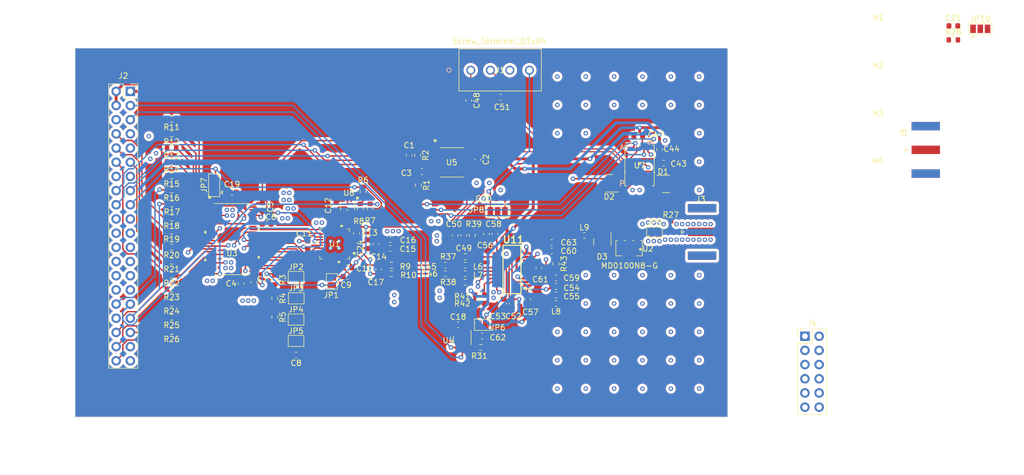
<source format=kicad_pcb>
(kicad_pcb (version 20221018) (generator pcbnew)
  (layers (0 "F.Cu" power) (31 "B.Cu" power) (34 "B.Paste" user) (35 "F.Paste" user) (36 "B.SilkS" user "B.Silkscreen") (37 "F.SilkS" user "F.Silkscreen") (38 "B.Mask" user) (39 "F.Mask" user) (44 "Edge.Cuts" user))
  (net 0 "")
  (net 1 "VCC")
  (net 2 "GND")
  (net 3 "VDD")
  (net 4 "Net-(U5-SENSE{slash}ADJ)")
  (net 5 "Net-(U5-BYP)")
  (net 6 "Net-(JP2-B)")
  (net 7 "Net-(JP1-B)")
  (net 8 "Net-(C13-Pad1)")
  (net 9 "Net-(C13-Pad2)")
  (net 10 "Net-(U1-AIN+)")
  (net 11 "Net-(U1-AIN-)")
  (net 12 "+3.3V")
  (net 13 "Net-(JP7-A)")
  (net 14 "Net-(JP8-A)")
  (net 15 "/TO_VIP")
  (net 16 "Net-(U11-LOP)")
  (net 17 "+5V")
  (net 18 "/TO_ADC_H")
  (net 19 "Net-(C45-Pad2)")
  (net 20 "/TO_ADC_L")
  (net 21 "Net-(C46-Pad2)")
  (net 22 "/HV_P")
  (net 23 "Net-(U11-RCLMP)")
  (net 24 "/HV_N")
  (net 25 "Net-(U11-VPSL)")
  (net 26 "Net-(JP8-C)")
  (net 27 "Net-(U11-LMD)")
  (net 28 "Net-(U11-INH)")
  (net 29 "Net-(C60-Pad2)")
  (net 30 "/TO_LON")
  (net 31 "Net-(U11-VIN)")
  (net 32 "Net-(JP6-B)")
  (net 33 "Net-(C63-Pad1)")
  (net 34 "Net-(U7-DP1)")
  (net 35 "Net-(D1-A)")
  (net 36 "Net-(J3-In)")
  (net 37 "Net-(U7-DP2)")
  (net 38 "Net-(D2-A)")
  (net 39 "Net-(D3-A)")
  (net 40 "/VCM")
  (net 41 "/SDA")
  (net 42 "/SCL")
  (net 43 "/D2")
  (net 44 "/D3")
  (net 45 "/D5")
  (net 46 "/D6")
  (net 47 "/PULSE_A")
  (net 48 "/PULSE_B")
  (net 49 "/PULSE_C")
  (net 50 "/din")
  (net 51 "/dout")
  (net 52 "/clkSPI")
  (net 53 "/le")
  (net 54 "/CLK")
  (net 55 "/D0")
  (net 56 "/D1")
  (net 57 "/D7")
  (net 58 "/D4")
  (net 59 "/D8")
  (net 60 "/D9")
  (net 66 "Net-(J5-In)")
  (net 67 "Net-(JP3-A)")
  (net 68 "Net-(JP4-A)")
  (net 69 "/V_GAIN")
  (net 70 "Net-(JP7-C)")
  (net 71 "Net-(JP9-A)")
  (net 72 "Net-(JP9-B)")
  (net 73 "Net-(JP10-A)")
  (net 74 "Net-(U11-VOH)")
  (net 75 "Net-(U11-VOL)")
  (net 76 "Net-(U3-O0)")
  (net 77 "Net-(U3-O1)")
  (net 78 "Net-(U3-O2)")
  (net 79 "Net-(U3-O3)")
  (net 80 "Net-(U3-O4)")
  (net 81 "Net-(U3-O5)")
  (net 82 "Net-(U3-O6)")
  (net 83 "Net-(U3-O7)")
  (net 84 "Net-(U3-O8)")
  (net 85 "Net-(U3-O9)")
  (net 86 "Net-(U3-O10)")
  (net 87 "Net-(U3-O11)")
  (net 88 "Net-(U3-O12)")
  (net 89 "Net-(U3-O13)")
  (net 90 "Net-(U3-O14)")
  (net 91 "Net-(U3-O15)")
  (net 92 "Net-(U4-A0)")
  (net 93 "Net-(U11-ENBV)")
  (net 94 "Net-(U11-ENBL)")
  (net 95 "Net-(U1-CLK)")
  (net 100 "Net-(U1-D0)")
  (net 101 "Net-(U1-D1)")
  (net 102 "Net-(U1-D2)")
  (net 103 "Net-(U1-D3)")
  (net 104 "Net-(U1-D4)")
  (net 105 "Net-(U1-D5)")
  (net 106 "Net-(U1-D6)")
  (net 107 "Net-(U1-D7)")
  (net 108 "Net-(U1-D8)")
  (net 109 "Net-(U1-D9)")
  (net 110 "Net-(U1-OF)")
  (footprint "Inductor_SMD:L_0603_1608Metric" (layer "F.Cu") (at 158.596 105.187)
    (fp_text reference "C46")
    (fp_text value "100nF" hide)
  )
  (footprint "Resistor_SMD:R_0603_1608Metric" (layer "F.Cu") (at 178.408 103.409 -90)
    (fp_text reference "R43")
    (fp_text value "280" hide)
  )
  (footprint "Resistor_SMD:R_0603_1608Metric" (layer "F.Cu") (at 109.577 90.171 180)
    (fp_text reference "R16")
    (fp_text value "33" hide)
  )
  (footprint "Package_TO_SOT_SMD:SOT-23" (layer "F.Cu") (at 186.724 99.5205 -90)
    (fp_text reference "D3")
    (fp_text value "BAV99")
  )
  (footprint "Capacitor_SMD:C_0603_1608Metric" (layer "F.Cu") (at 178.421 107.473)
    (fp_text reference "C54")
    (fp_text value "1nF" hide)
  )
  (footprint "Connector_Coaxial:SMA_Amphenol_132289_EdgeMount" (layer "F.Cu") (at 204.57 97.694)
    (fp_text reference "J3")
    (fp_text value "Conn_Coaxial")
  )
  (footprint "Jumper:SolderJumper-3_P1.3mm_Open_Pad1.0x1.5mm" (layer "F.Cu") (at 254.4025 61.32)
    (fp_text reference "JP10")
    (fp_text value "Jumper_3_Bridged12")
  )
  (footprint "Resistor_SMD:R_0603_1608Metric" (layer "F.Cu") (at 128.05 106.2906 -90)
    (fp_text reference "R3")
    (fp_text value "1K" hide)
  )
  (footprint "Resistor_SMD:R_0603_1608Metric" (layer "F.Cu") (at 128.05 109.5926 -90)
    (fp_text reference "R4")
    (fp_text value "1K" hide)
  )
  (footprint "Capacitor_SMD:C_0603_1608Metric" (layer "F.Cu") (at 148.7386 99.077)
    (fp_text reference "C16")
    (fp_text value "1u" hide)
  )
  (footprint "Resistor_SMD:R_0603_1608Metric" (layer "F.Cu") (at 128.05 112.9576 -90)
    (fp_text reference "R5")
    (fp_text value "1K" hide)
  )
  (footprint "Jumper:SolderJumper-2_P1.3mm_Open_Pad1.0x1.5mm" (layer "F.Cu") (at 131.8958 109.5926)
    (fp_text reference "JP3")
    (fp_text value "Jumper_2_Open" hide)
  )
  (footprint "Resistor_SMD:R_0603_1608Metric" (layer "F.Cu") (at 109.577 80.131 180)
    (fp_text reference "R12")
    (fp_text value "33" hide)
  )
  (footprint "Connector_PinHeader_2.54mm:PinHeader_2x06_P2.54mm_Vertical" (layer "F.Cu") (at 223 116.38)
    (fp_text reference "J4")
    (fp_text value "Conn_01x12_Pin")
  )
  (footprint "Capacitor_SMD:C_0603_1608Metric" (layer "F.Cu") (at 139.038 92.995 90)
    (fp_text reference "C12")
    (fp_text value "4.7u" hide)
  )
  (footprint "Capacitor_SMD:C_0603_1608Metric" (layer "F.Cu") (at 160.882 114.331)
    (fp_text reference "C18")
    (fp_text value "0.1uF" hide)
  )
  (footprint "HV7361:HV7361GA-G" (layer "F.Cu") (at 193.378 85.808)
    (fp_text reference "U7")
    (fp_text value "HV7361GA-G" hide)
  )
  (footprint "Jumper:SolderJumper-2_P1.3mm_Open_Pad1.0x1.5mm" (layer "F.Cu") (at 196.061 97.821)
    (fp_text reference "JP9")
    (fp_text value "Jumper_2_Open" hide)
  )
  (footprint "Resistor_SMD:R_0603_1608Metric" (layer "F.Cu") (at 148.944 105.187 180)
    (fp_text reference "R10")
    (fp_text value "18" hide)
  )
  (footprint "Jumper:SolderJumper-2_P1.3mm_Open_Pad1.0x1.5mm" (layer "F.Cu") (at 165.2 114.331)
    (fp_text reference "JP6")
    (fp_text value "Jumper_2_Bridged" hide)
  )
  (footprint "Resistor_SMD:R_0603_1608Metric" (layer "F.Cu") (at 162.152 106.711)
    (fp_text reference "R38")
    (fp_text value "100" hide)
  )
  (footprint "Inductor_SMD:L_0603_1608Metric" (layer "F.Cu") (at 249.5725 60.8)
    (fp_text reference "C21")
    (fp_text value "100nF")
  )
  (footprint "Connector_Coaxial:SMA_Amphenol_132289_EdgeMount" (layer "F.Cu") (at 244.6375 83)
    (fp_text reference "J5")
    (fp_text value "Conn_Coaxial")
  )
  (footprint "Capacitor_SMD:C_0603_1608Metric" (layer "F.Cu") (at 165.2 116.363 180)
    (fp_text reference "C62")
    (fp_text value "1nF" hide)
  )
  (footprint "Jumper:SolderJumper-3_P1.3mm_Open_Pad1.0x1.5mm" (layer "F.Cu") (at 167.964 94.011 180)
    (fp_text reference "JP8")
    (fp_text value "Jumper_3_Bridged12" hide)
  )
  (footprint "Capacitor_SMD:C_0603_1608Metric" (layer "F.Cu") (at 141.07 104.1062)
    (fp_text reference "C10")
    (fp_text value "0.1u" hide)
  )
  (footprint "Resistor_SMD:R_0603_1608Metric" (layer "F.Cu") (at 143.864 90.455 -90)
    (fp_text reference "R6")
    (fp_text value "1k" hide)
  )
  (footprint "Capacitor_SMD:C_0603_1608Metric" (layer "F.Cu") (at 146.658 104.425 -90)
    (fp_text reference "C17")
    (fp_text value "0.2n" hide)
  )
  (footprint "MountingHole:MountingHole_3.5mm" (layer "F.Cu") (at 236.0925 63.82)
    (fp_text reference "H1")
    (fp_text value "MountingHole")
  )
  (footprint "Inductor_SMD:L_0603_1608Metric" (layer "F.Cu") (at 161.898 98.329 90)
    (fp_text reference "C49")
    (fp_text value "100nF")
  )
  (footprint "Capacitor_SMD:C_0603_1608Metric" (layer "F.Cu") (at 146.1856 99.8898 90)
    (fp_text reference "C14")
    (fp_text value "2.2u" hide)
  )
  (footprint "Inductor_SMD:L_0603_1608Metric" (layer "F.Cu") (at 162.787 74.171 -90)
    (fp_text reference "C48")
    (fp_text value "100nF")
  )
  (footprint "Jumper:SolderJumper-2_P1.3mm_Open_Pad1.0x1.5mm" (layer "F.Cu") (at 131.86 117.2126)
    (fp_text reference "JP5")
    (fp_text value "Jumper_2_Open" hide)
  )
  (footprint "Capacitor_SMD:C_0603_1608Metric" (layer "F.Cu") (at 152.119 83.978 -90)
    (fp_text reference "C1")
    (fp_text value "10uF")
  )
  (footprint "Jumper:SolderJumper-2_P1.3mm_Open_Pad1.0x1.5mm" (layer "F.Cu") (at 131.86 105.7826)
    (fp_text reference "JP2")
    (fp_text value "Jumper_2_Bridged" hide)
  )
  (footprint "Capacitor_SMD:C_0603_1608Metric" (layer "F.Cu") (at 173.328 109.759 -90)
    (fp_text reference "C57")
    (fp_text value "100nF" hide)
  )
  (footprint "Capacitor_SMD:C_0603_1608Metric" (layer "F.Cu") (at 170.534 110.521 -90)
    (fp_text reference "C52")
    (fp_text value "1nF" hide)
  )
  (footprint "Resistor_SMD:R_0603_1608Metric" (layer "F.Cu") (at 164.755 108.997 180)
    (fp_text reference "R41")
    (fp_text value "280" hide)
  )
  (footprint "Capacitor_SMD:C_0603_1608Metric" (layer "F.Cu") (at 160.374 98.329 90)
    (fp_text reference "C50")
    (fp_text value "1nF")
  )
  (footprint "Inductor_SMD:L_0603_1608Metric" (layer "F.Cu") (at 196.95 82.962 90)
    (fp_text reference "C44")
    (fp_text value "100nF")
  )
  (footprint "Inductor_SMD:L_0603_1608Metric" (layer "F.Cu") (at 162.152 105.187)
    (fp_text reference "L7")
    (fp_text value "100nH" hide)
  )
  (footprint "Package_TO_SOT_SMD:SOT-23-6" (layer "F.Cu") (at 161.644 117.125 -90)
    (fp_text reference "U4")
    (fp_text value "MCP4725xxx-xCH" hide)
  )
  (footprint "Capacitor_SMD:C_0603_1608Metric" (layer "F.Cu") (at 124.306 106.724 -90)
    (fp_text reference "C7")
    (fp_text value "0.1u")
  )
  (footprint "Resistor_SMD:R_0603_1608Metric" (layer "F.Cu") (at 109.577 112.971 180)
    (fp_text reference "R25")
    (fp_text value "33" hide)
  )
  (footprint "Resistor_SMD:R_0603_1608Metric" (layer "F.Cu") (at 109.577 82.641 180)
    (fp_text reference "R13")
    (fp_text value "33" hide)
  )
  (footprint "screwConn3:1751264" (layer "F.Cu") (at 163.152999 68.738)
    (fp_text reference "J1")
    (fp_text value "Screw_Terminal_01x04")
  )
  (footprint "Resistor_SMD:R_0603_1608Metric" (layer "F.Cu") (at 109.577 102.931 180)
    (fp_text reference "R21")
    (fp_text value "33" hide)
  )
  (footprint "Capacitor_SMD:C_0603_1608Metric" (layer "F.Cu") (at 169.01 110.534 -90)
    (fp_text reference "C53")
    (fp_text value "100nF" hide)
  )
  (footprint "Resistor_SMD:R_0603_1608Metric" (layer "F.Cu") (at 109.577 110.461 180)
    (fp_text reference "R24")
    (fp_text value "33" hide)
  )
  (footprint "Capacitor_SMD:C_0603_1608Metric" (layer "F.Cu") (at 178.408 108.997)
    (fp_text reference "C55")
    (fp_text value "100nF" hide)
  )
  (footprint "VCCsup:LT1763IS8-3.3-PBF" (layer "F.Cu") (at 159.739 85.248)
    (fp_text reference "U5")
    (fp_text value "LT1763IS8-3.3-PBF" hide)
  )
  (footprint "Inductor_SMD:L_0603_1608Metric" (layer "F.Cu") (at 158.596 103.663)
    (fp_text reference "C45")
    (fp_text value "100nF" hide)
  )
  (footprint "Capacitor_SMD:C_0603_1608Metric" (layer "F.Cu") (at 144.6108 99.8898 90)
    (fp_text reference "C13")
    (fp_text value "0.1u" hide)
  )
  (footprint "Resistor_SMD:R_0603_1608Metric" (layer "F.Cu") (at 163.422 98.329 90)
    (fp_text reference "R39")
    (fp_text value "11k")
  )
  (footprint "Resistor_SMD:R_0603_1608Metric" (layer "F.Cu") (at 109.577 107.951 180)
    (fp_text reference "R23")
    (fp_text value "33" hide)
  )
  (footprint "Resistor_SMD:R_0603_1608Metric" (layer "F.Cu") (at 164.692 110.521 180)
    (fp_text reference "R42")
    (fp_text value "280" hide)
  )
  (footprint "MDO100:MD0100N8-G" (layer "F.Cu") (at 191.5 100.6225 180)
    (fp_text reference "U2")
    (fp_text value "MD0100N8-G")
  )
  (footprint "AD8331:SOP64P600X175-20N" (layer "F.Cu") (at 170.534 104.425 180)
    (fp_text reference "U11")
    (fp_text value "AD8331ARQZ" hide)
  )
  (footprint "Capacitor_SMD:C_0603_1608Metric" (layer "F.Cu") (at 167.486 98.075 90)
    (fp_text reference "C58")
    (fp_text value "100nF" hide)
  )
  (footprint "Resistor_SMD:R_0603_1608Metric" (layer "F.Cu") (at 109.577 115.481 180)
    (fp_text reference "R26")
    (fp_text value "33" hide)
  )
  (footprint "Jumper:SolderJumper-2_P1.3mm_Open_Pad1.0x1.5mm" (layer "F.Cu") (at 131.86 113.4026)
    (fp_text reference "JP4")
    (fp_text value "Jumper_2_Open" hide)
  )
  (footprint "Inductor_SMD:L_0603_1608Metric" (layer "F.Cu") (at 197.712 85.375)
    (fp_text reference "C43")
    (fp_text value "100nF")
  )
  (footprint "Resistor_SMD:R_0603_1608Metric" (layer "F.Cu") (at 162.152 102.139)
    (fp_text reference "R37")
    (fp_text value "100" hide)
  )
  (footprint "Resistor_SMD:R_0603_1608Metric" (layer "F.Cu") (at 153.643 83.978 -90)
    (fp_text reference "R2")
    (fp_text value "105K")
  )
  (footprint "Latch:74VCX16373MTD" (layer "F.Cu") (at 120.3944 98.9894)
    (fp_text reference "U3")
    (fp_text value "74VCX16373MTD" hide)
  )
  (footprint "Resistor_SMD:R_0603_1608Metric" (layer "F.Cu") (at 109.574 97.567 180)
    (fp_text reference "R19")
    (fp_text value "33" hide)
  )
  (footprint "Resistor_SMD:R_0603_1608Metric" (layer "F.Cu") (at 143.356 93.503 -90)
    (fp_text reference "R8")
    (fp_text value "49.9" hide)
  )
  (footprint "Capacitor_SMD:C_0603_1608Metric" (layer "F.Cu") (at 142.6804 97.9724 -90)
    (fp_text reference "C24")
    (fp_text value "0.1u" hide)
  )
  (footprint "Connector_PinSocket_2.54mm:PinSocket_2x20_P2.54mm_Vertical" (layer "F.Cu") (at 102.182 72.521)
    (fp_text reference "J2")
    (fp_text value "Raspberry_Pi_2_3")
  )
  (footprint "MountingHole:MountingHole_3.5mm" (layer "F.Cu") (at 236.0925 80.92)
    (fp_text reference "H3")
    (fp_text value "MountingHole")
  )
  (footprint "INVERTER:NC7SVU04P5X" (layer "F.Cu") (at 141.07 92.995 -90)
    (fp_text reference "U6")
    (fp_text value "NC7SVU04P5X" hide)
  )
  (footprint "Capacitor_SMD:C_0603_1608Metric" (layer "F.Cu") (at 126.592 96.297)
    (fp_text reference "C6")
    (fp_text value "0.1u")
  )
  (footprint "Capacitor_SMD:C_0603_1608Metric" (layer "F.Cu") (at 125.83 93.249 -90)
    (fp_text reference "C5")
    (fp_text value "0.1u")
  )
  (footprint "Resistor_SMD:R_0603_1608Metric" (layer "F.Cu") (at 109.577 85.151 180)
    (fp_text reference "R14")
    (fp_text value "33" hide)
  )
  (footprint "Capacitor_SMD:C_0603_1608Metric" (layer "F.Cu") (at 148.7386 100.6518)
    (fp_text reference "C15")
    (fp_text value "1u" hide)
  )
  (footprint "Capacitor_SMD:C_0603_1608Metric" (layer "F.Cu") (at 122.02 106.952 -90)
    (fp_text reference "C4")
    (fp_text value "0.1u")
  )
  (footprint "Resistor_SMD:R_0603_1608Metric" (layer "F.Cu") (at 109.577 100.421 180)
    (fp_text reference "R20")
    (fp_text value "33" hide)
  )
  (footprint "Capacitor_SMD:C_0603_1608Metric" (layer "F.Cu") (at 133.958 100.107 90)
    (fp_text reference "C11")
    (fp_text value "0.1u" hide)
  )
  (footprint "MountingHole:MountingHole_3.5mm" (layer "F.Cu") (at 236.0925 72.37)
    (fp_text reference "H2")
    (fp_text value "MountingHole")
  )
  (footprint "Capacitor_SMD:C_0603_1608Metric" (layer "F.Cu") (at 168.502 91.725 180)
    (fp_text reference "C20")
    (fp_text value "0.1u" hide)
  )
  (footprint "Capacitor_SMD:C_0603_1608Metric" (layer "F.Cu") (at 175.36 104.171 90)
    (fp_text reference "C61")
    (fp_text value "100nF" hide)
  )
  (footprint "Resistor_SMD:R_0603_1608Metric" (layer "F.Cu") (at 249.5725 63.31)
    (fp_text reference "R28")
    (fp_text value "0")
  )
  (footprint "Resistor_SMD:R_0603_1608Metric" (layer "F.Cu") (at 153.77 89.312 -90)
    (fp_text reference "R1")
    (fp_text value "100K")
  )
  (footprint "Capacitor_SMD:C_0603_1608Metric" (layer "F.Cu") (at 178.408 105.949)
    (fp_text reference "C59")
    (fp_text value "100nF" hide)
  )
  (footprint "Resistor_SMD:R_0603_1608Metric" (layer "F.Cu") (at 109.637 92.681 180)
    (fp_text reference "R17")
    (fp_text value "33" hide)
  )
  (footprint "Capacitor_SMD:C_0603_1608Metric" (layer "F.Cu") (at 177.646 99.599 180)
    (fp_text reference "C63")
    (fp_text value "100nF" hide)
  )
  (footprint "MountingHole:MountingHole_3.5mm" (layer "F.Cu") (at 236.0925 89.47)
    (fp_text reference "H4")
    (fp_text value "MountingHole")
  )
  (footprint "Inductor_SMD:L_0603_1608Metric" (layer "F.Cu") (at 178.408 110.521 180)
    (fp_text reference "L8")
    (fp_text value "100nH" hide)
  )
  (footprint "Resistor_SMD:R_0603_1608Metric" (layer "F.Cu") (at 148.944 103.663 180)
    (fp_text reference "R9")
    (fp_text value "18" hide)
  )
  (footprint "Package_TO_SOT_SMD:SOT-23" (layer "F.Cu") (at 187.933 88.997 180)
    (fp_text reference "D2")
    (fp_text value "BAV99")
  )
  (footprint "Package_TO_SOT_SMD:SOT-23" (layer "F.Cu") (at 198.1415 89.119)
    (fp_text reference "D1")
    (fp_text value "BAV99")
  )
  (footprint "Resistor_SMD:R_0603_1608Metric" (layer "F.Cu") (at 109.577 105.441 180)
    (fp_text reference "R22")
    (fp_text value "33" hide)
  )
  (footprint "Jumper:SolderJumper-2_P1.3mm_Open_Pad1.0x1.5mm" (layer "F.Cu") (at 138.276 106.569 90)
    (fp_text reference "JP1")
    (fp_text value "Jumper_2_Bridged" hide)
  )
  (footprint "Capacitor_SMD:C_0603_1608Metric" (layer "F.Cu") (at 168.502 73.564)
    (fp_text reference "C51")
    (fp_text value "100nF")
  )
  (footprint "Jumper:SolderJumper-3_P1.3mm_Open_Pad1.0x1.5mm" (layer "F.Cu") (at 117.194 89.3374 90)
    (fp_text reference "JP7")
    (fp_text value "Jumper_3_Bridged12" hide)
  )
  (footprint "Capacitor_SMD:C_0603_1608Metric" (layer "F.Cu") (at 131.86 119.7526 180)
    (fp_text reference "C8")
    (fp_text value "0.1u")
  )
  (footprint "Inductor_SMD:L_0603_1608Metric" (layer "F.Cu") (at 193.14 80.549 180)
    (fp_text reference "C47")
    (fp_text value "100nF")
  )
  (footprint "Inductor_SMD:L_0603_1608Metric" (layer "F.Cu") (at 162.152 103.663)
    (fp_text reference "L6")
    (fp_text value "100nH" hide)
  )
  (footprint "Capacitor_SMD:C_0603_1608Metric" (layer "F.Cu") (at 141.07 105.695)
    (fp_text reference "C9")
    (fp_text value "0.1u" hide)
  )
  (footprint "Resistor_SMD:R_0603_1608Metric" (layer "F.Cu") (at 109.577 87.661 180)
    (fp_text reference "R15")
    (fp_text value "33" hide)
  )
  (footprint "LTC2236:LTC2236IUH-PBF" (layer "F.Cu") (at 138.784 99.853 180)
    (fp_text reference "U1")
    (fp_text value "LTC2236IUH-PBF" hide)
  )
  (footprint "Capacitor_SMD:C_0603_1608Metric" (layer "F.Cu") (at 154.405 86.899)
    (fp_text reference "C3")
    (fp_text value "0.01u")
  )
  (footprint "Resistor_SMD:R_0603_1608Metric" (layer "F.Cu") (at 109.577 95.191 180)
    (fp_text reference "R18")
    (fp_text value "33" hide)
  )
  (footprint "Inductor_SMD:L_0603_1608Metric" (layer "F.Cu") (at 183.488 98.329)
    (fp_text reference "L9")
    (fp_text value "100nH" hide)
  )
  (footprint "Resistor_SMD:R_0603_1608Metric" (layer "F.Cu") (at 145.134 93.503 -90)
    (fp_text reference "R7")
    (fp_text value "1k" hide)
  )
  (footprint "Capacitor_SMD:C_0603_1608Metric" (layer "F.Cu") (at 120.3814 90.6074)
    (fp_text reference "C19")
    (fp_text value "0.1u" hide)
  )
  (footprint "Resistor_SMD:R_0603_1608Metric" (layer "F.Cu") (at 109.577 77.501 180)
    (fp_text reference "R11")
    (fp_text value "33" hide)
  )
  (footprint "Resistor_SMD:R_0603_1608Metric" (layer "F.Cu") (at 164.946 118.395)
    (fp_text reference "R31")
    (fp_text value "10K" hide)
  )
  (footprint "Capacitor_SMD:C_0603_1608Metric" (layer "F.Cu") (at 165.962 98.075 90)
    (fp_text reference "C56")
    (fp_text value "1nF" hide)
  )
  (footprint "Capacitor_SMD:C_0603_1608Metric" (layer "F.Cu") (at 177.646 101.123)
    (fp_text reference "C60")
    (fp_text value "18nF" hide)
  )
  (footprint "Capacitor_SMD:C_0603_1608Metric" (layer "F.Cu") (at 164.438 84.74 -90)
    (fp_text reference "C2")
    (fp_text value "1u")
  )
  (footprint "Resistor_SMD:R_0603_1608Metric" (layer "F.Cu") (at 198.982 96.615 -90)
    (fp_text reference "R27")
    (fp_text value "0")
  )
  (gr_line (start 92.302 130.841) (end 209.142 130.841) (stroke (width 0.1)) (layer "Edge.Cuts"))
  (gr_line (start 92.302 64.801) (end 92.302 130.841) (stroke (width 0.1)) (layer "Edge.Cuts"))
  (gr_line (start 209.142 130.841) (end 209.142 64.801) (stroke (width 0.1)) (layer "Edge.Cuts"))
  (gr_line (start 92.302 64.801) (end 209.142 64.801) (stroke (width 0.1)) (layer "Edge.Cuts"))
  (segment (start 204.57 97.694) (end 196.838 97.694) (width 0.25) (layer "F.Cu") (net 0))
  (segment (start 193.33 84.606) (end 196.1555 84.606) (width 0.25) (layer "F.Cu") (net 0))
  (segment (start 174.344 84.613) (end 174.344 93.503) (width 0.508) (layer "F.Cu") (net 0))
  (segment (start 174.685 111.45) (end 172.312 113.823) (width 0.508) (layer "F.Cu") (net 0))
  (segment (start 163.867 109.06) (end 163.93 108.997) (width 0.508) (layer "F.Cu") (net 0))
  (segment (start 100.946 71.217) (end 157.619088 71.217) (width 0.508) (layer "F.Cu") (net 0))
  (segment (start 178.2665 111.45) (end 174.685 111.45) (width 0.508) (layer "F.Cu") (net 0))
  (segment (start 186.9955 89.481251) (end 189.112249 91.598) (width 0.25) (layer "F.Cu") (net 0))
  (segment (start 186.9955 88.997) (end 186.9955 89.481251) (width 0.25) (layer "F.Cu") (net 0))
  (segment (start 196.9245 85.201412) (end 196.9245 85.375) (width 0.508) (layer "F.Cu") (net 0))
  (segment (start 193.878 82.558) (end 193.878 80.5985) (width 0.25) (layer "F.Cu") (net 0))
  (segment (start 170.026 109.238) (end 170.026 103.409) (width 0.25) (layer "F.Cu") (net 0))
  (segment (start 198.982 91.725) (end 198.982 89.216) (width 0.25) (layer "F.Cu") (net 0))
  (segment (start 198.855 91.598) (end 198.982 91.725) (width 0.25) (layer "F.Cu") (net 0))
  (segment (start 197.712 79.025) (end 199.236 80.549) (width 0.508) (layer "F.Cu") (net 0))
  (segment (start 172.164 104.531) (end 172.378 104.745) (width 0.25) (layer "F.Cu") (net 0))
  (segment (start 163.168 108.235) (end 163.93 108.997) (width 0.508) (layer "F.Cu") (net 0))
  (segment (start 193.394 79.025) (end 193.394 80.0155) (width 0.508) (layer "F.Cu") (net 0))
  (segment (start 170.534 109.746) (end 171.791 109.746) (width 0.25) (layer "F.Cu") (net 0))
  (segment (start 172.378 104.745) (end 173.249 104.745) (width 0.25) (layer "F.Cu") (net 0))
  (segment (start 199.236 80.549) (end 199.236 82.889912) (width 0.508) (layer "F.Cu") (net 0))
  (segment (start 198.982 89.216) (end 199.079 89.119) (width 0.25) (layer "F.Cu") (net 0))
  (segment (start 193.878 80.5985) (end 193.9275 80.549) (width 0.25) (layer "F.Cu") (net 0))
  (segment (start 172.259 103.465) (end 172.164 103.56) (width 0.25) (layer "F.Cu") (net 0))
  (segment (start 169.518 109.251) (end 169.01 109.759) (width 0.25) (layer "F.Cu") (net 0))
  (segment (start 196.838 97.694) (end 196.711 97.821) (width 0.25) (layer "F.Cu") (net 0))
  (segment (start 170.534 109.746) (end 170.026 109.238) (width 0.25) (layer "F.Cu") (net 0))
  (segment (start 169.518 103.917) (end 169.518 109.251) (width 0.25) (layer "F.Cu") (net 0))
  (segment (start 172.164 103.56) (end 172.164 104.531) (width 0.25) (layer "F.Cu") (net 0))
  (segment (start 193.394 80.0155) (end 193.9275 80.549) (width 0.508) (layer "F.Cu") (net 0))
  (segment (start 163.867 110.521) (end 163.867 109.06) (width 0.508) (layer "F.Cu") (net 0))
  (segment (start 169.023 109.746) (end 169.01 109.759) (width 0.25) (layer "F.Cu") (net 0))
  (segment (start 170.534 109.746) (end 169.023 109.746) (width 0.25) (layer "F.Cu") (net 0))
  (segment (start 171.015088 84.613) (end 174.344 84.613) (width 0.508) (layer "F.Cu") (net 0))
  (segment (start 189.112249 91.598) (end 198.855 91.598) (width 0.25) (layer "F.Cu") (net 0))
  (segment (start 196.1555 84.606) (end 196.9245 85.375) (width 0.25) (layer "F.Cu") (net 0))
  (segment (start 198.982 95.79) (end 198.982 91.725) (width 0.25) (layer "F.Cu") (net 0))
  (segment (start 192.878 85.058) (end 193.33 84.606) (width 0.25) (layer "F.Cu") (net 0))
  (segment (start 99.642 72.521) (end 99.642 75.061) (width 0.508) (layer "F.Cu") (net 0))
  (segment (start 193.394 79.025) (end 197.712 79.025) (width 0.508) (layer "F.Cu") (net 0))
  (segment (start 179.1955 110.521) (end 178.2665 111.45) (width 0.508) (layer "F.Cu") (net 0))
  (segment (start 99.642 72.521) (end 100.946 71.217) (width 0.508) (layer "F.Cu") (net 0))
  (segment (start 199.236 82.889912) (end 196.9245 85.201412) (width 0.508) (layer "F.Cu") (net 0))
  (segment (start 167.819 103.465) (end 169.066 103.465) (width 0.25) (layer "F.Cu") (net 0))
  (segment (start 173.249 103.465) (end 172.259 103.465) (width 0.25) (layer "F.Cu") (net 0))
  (segment (start 169.442 102.825) (end 167.819 102.825) (width 0.25) (layer "F.Cu") (net 0))
  (segment (start 170.026 103.409) (end 169.442 102.825) (width 0.25) (layer "F.Cu") (net 0))
  (segment (start 174.344 93.503) (end 170.788 97.059) (width 0.508) (layer "F.Cu") (net 0))
  (segment (start 174.344 84.613) (end 184.504 84.613) (width 0.508) (layer "F.Cu") (net 0))
  (segment (start 157.619088 71.217) (end 171.015088 84.613) (width 0.508) (layer "F.Cu") (net 0))
  (segment (start 169.066 103.465) (end 169.518 103.917) (width 0.25) (layer "F.Cu") (net 0))
  (via (at 188.822 69.881) (size 0.8) (drill 0.4) (layers "F.Cu" "B.Cu") (net 0))
  (via (at 204.062 90.201) (size 0.8) (drill 0.4) (layers "F.Cu" "B.Cu") (net 0))
  (via (at 136.498 96.043) (size 0.8) (drill 0.4) (layers "F.Cu" "B.Cu") (net 0))
  (via (at 196.95 96.043) (size 0.8) (drill 0.4) (layers "F.Cu" "B.Cu") (net 0))
  (via (at 193.902 120.681) (size 0.8) (drill 0.4) (layers "F.Cu" "B.Cu") (net 0))
  (via (at 120.496 94.773) (size 0.8) (drill 0.4) (layers "F.Cu" "B.Cu") (net 0))
  (via (at 199.998 96.297) (size 0.8) (drill 0.4) (layers "F.Cu" "B.Cu") (net 0))
  (via (at 183.742 120.681) (size 0.8) (drill 0.4) (layers "F.Cu" "B.Cu") (net 0))
  (via (at 122.528 100.615) (size 0.8) (drill 0.4) (layers "F.Cu" "B.Cu") (net 0))
  (via (at 120.75 100.107) (size 0.8) (drill 0.4) (layers "F.Cu" "B.Cu") (net 0))
  (via (at 135.482 96.043) (size 0.8) (drill 0.4) (layers "F.Cu" "B.Cu") (net 0))
  (via (at 105.764 84.613) (size 0.8) (drill 0.4) (layers "F.Cu" "B.Cu") (net 0))
  (via (at 183.742 80.041) (size 0.8) (drill 0.4) (layers "F.Cu" "B.Cu") (net 0))
  (via (at 167.232 108.489) (size 0.8) (drill 0.4) (layers "F.Cu" "B.Cu") (net 0))
  (via (at 120.242 103.155) (size 0.8) (drill 0.4) (layers "F.Cu" "B.Cu") (net 0))
  (via (at 204.062 96.297) (size 0.8) (drill 0.4) (layers "F.Cu" "B.Cu") (net 0))
  (via (at 156.056 95.789) (size 0.8) (drill 0.4) (layers "F.Cu" "B.Cu") (net 0))
  (via (at 201.014 96.297) (size 0.8) (drill 0.4) (layers "F.Cu" "B.Cu") (net 0))
  (via (at 204.062 74.961) (size 0.8) (drill 0.4) (layers "F.Cu" "B.Cu") (net 0))
  (via (at 183.742 105.441) (size 0.8) (drill 0.4) (layers "F.Cu" "B.Cu") (net 0))
  (via (at 149.452 110.267) (size 0.8) (drill 0.4) (layers "F.Cu" "B.Cu") (net 0))
  (via (at 169.518 101.631) (size 0.8) (drill 0.4) (layers "F.Cu" "B.Cu") (net 0))
  (via (at 201.014 99.091) (size 0.8) (drill 0.4) (layers "F.Cu" "B.Cu") (net 0))
  (via (at 124.306 110.013) (size 0.8) (drill 0.4) (layers "F.Cu" "B.Cu") (net 0))
  (via (at 198.982 115.601) (size 0.8) (drill 0.4) (layers "F.Cu" "B.Cu") (net 0))
  (via (at 129.64 90.709) (size 0.8) (drill 0.4) (layers "F.Cu" "B.Cu") (net 0))
  (via (at 178.662 69.881) (size 0.8) (drill 0.4) (layers "F.Cu" "B.Cu") (net 0))
  (via (at 193.902 115.601) (size 0.8) (drill 0.4) (layers "F.Cu" "B.Cu") (net 0))
  (via (at 118.21 97.059) (size 0.8) (drill 0.4) (layers "F.Cu" "B.Cu") (net 0))
  (via (at 206.094 96.297) (size 0.8) (drill 0.4) (layers "F.Cu" "B.Cu") (net 0))
  (via (at 119.48 93.757) (size 0.8) (drill 0.4) (layers "F.Cu" "B.Cu") (net 0))
  (via (at 203.046 96.297) (size 0.8) (drill 0.4) (layers "F.Cu" "B.Cu") (net 0))
  (via (at 178.662 74.961) (size 0.8) (drill 0.4) (layers "F.Cu" "B.Cu") (net 0))
  (via (at 193.902 96.297) (size 0.8) (drill 0.4) (layers "F.Cu" "B.Cu") (net 0))
  (via (at 168.502 90.201) (size 0.8) (drill 0.4) (layers "F.Cu" "B.Cu") (net 0))
  (via (at 125.576 95.027) (size 0.8) (drill 0.4) (layers "F.Cu" "B.Cu") (net 0))
  (via (at 183.742 74.961) (size 0.8) (drill 0.4) (layers "F.Cu" "B.Cu") (net 0))
  (via (at 178.662 80.041) (size 0.8) (drill 0.4) (layers "F.Cu" "B.Cu") (net 0))
  (via (at 164.184 88.931) (size 0.8) (drill 0.4) (layers "F.Cu" "B.Cu") (net 0))
  (via (at 205.078 99.091) (size 0.8) (drill 0.4) (layers "F.Cu" "B.Cu") (net 0))
  (via (at 183.742 69.881) (size 0.8) (drill 0.4) (layers "F.Cu" "B.Cu") (net 0))
  (via (at 198.982 99.091) (size 0.8) (drill 0.4) (layers "F.Cu" "B.Cu") (net 0))
  (via (at 130.402 93.503) (size 0.8) (drill 0.4) (layers "F.Cu" "B.Cu") (net 0))
  (via (at 120.496 93.757) (size 0.8) (drill 0.4) (layers "F.Cu" "B.Cu") (net 0))
  (via (at 178.662 74.961) (size 0.8) (drill 0.4) (layers "F.Cu" "B.Cu") (net 0))
  (via (at 171.791 109.746) (size 0.8) (drill 0.4) (layers "F.Cu" "B.Cu") (net 0))
  (via (at 106.78 83.597) (size 0.8) (drill 0.4) (layers "F.Cu" "B.Cu") (net 0))
  (via (at 148.182 97.567) (size 0.8) (drill 0.4) (layers "F.Cu" "B.Cu") (net 0))
  (via (at 170.788 97.059) (size 0.8) (drill 0.4) (layers "F.Cu" "B.Cu") (net 0))
  (via (at 122.274 110.013) (size 0.8) (drill 0.4) (layers "F.Cu" "B.Cu") (net 0))
  (via (at 193.902 110.521) (size 0.8) (drill 0.4) (layers "F.Cu" "B.Cu") (net 0))
  (via (at 199.998 99.091) (size 0.8) (drill 0.4) (layers "F.Cu" "B.Cu") (net 0))
  (via (at 165.454 91.725) (size 0.8) (drill 0.4) (layers "F.Cu" "B.Cu") (net 0))
  (via (at 130.656 91.979) (size 0.8) (drill 0.4) (layers "F.Cu" "B.Cu") (net 0))
  (via (at 204.062 125.761) (size 0.8) (drill 0.4) (layers "F.Cu" "B.Cu") (net 0))
  (via (at 157.58 109.505) (size 0.8) (drill 0.4) (layers "F.Cu" "B.Cu") (net 0))
  (via (at 188.822 110.521) (size 0.8) (drill 0.4) (layers "F.Cu" "B.Cu") (net 0))
  (via (at 204.062 110.521) (size 0.8) (drill 0.4) (layers "F.Cu" "B.Cu") (net 0))
  (via (at 130.656 90.709) (size 0.8) (drill 0.4) (layers "F.Cu" "B.Cu") (net 0))
  (via (at 175.106 101.631) (size 0.8) (drill 0.4) (layers "F.Cu" "B.Cu") (net 0))
  (via (at 188.822 74.961) (size 0.8) (drill 0.4) (layers "F.Cu" "B.Cu") (net 0))
  (via (at 157.072 99.345) (size 0.8) (drill 0.4) (layers "F.Cu" "B.Cu") (net 0))
  (via (at 130.402 95.281) (size 0.8) (drill 0.4) (layers "F.Cu" "B.Cu") (net 0))
  (via (at 150.214 97.567) (size 0.8) (drill 0.4) (layers "F.Cu" "B.Cu") (net 0))
  (via (at 194.918 96.043) (size 0.8) (drill 0.4) (layers "F.Cu" "B.Cu") (net 0))
  (via (at 166.47 88.931) (size 0.8) (drill 0.4) (layers "F.Cu" "B.Cu") (net 0))
  (via (at 198.982 110.521) (size 0.8) (drill 0.4) (layers "F.Cu" "B.Cu") (net 0))
  (via (at 195.934 96.043) (size 0.8) (drill 0.4) (layers "F.Cu" "B.Cu") (net 0))
  (via (at 178.662 120.681) (size 0.8) (drill 0.4) (layers "F.Cu" "B.Cu") (net 0))
  (via (at 183.742 110.521) (size 0.8) (drill 0.4) (layers "F.Cu" "B.Cu") (net 0))
  (via (at 183.742 69.881) (size 0.8) (drill 0.4) (layers "F.Cu" "B.Cu") (net 0))
  (via (at 183.742 125.761) (size 0.8) (drill 0.4) (layers "F.Cu" "B.Cu") (net 0))
  (via (at 195.934 99.345) (size 0.8) (drill 0.4) (layers "F.Cu" "B.Cu") (net 0))
  (via (at 119.226 104.171) (size 0.8) (drill 0.4) (layers "F.Cu" "B.Cu") (net 0))
  (via (at 123.29 110.013) (size 0.8) (drill 0.4) (layers "F.Cu" "B.Cu") (net 0))
  (via (at 184.504 84.613) (size 0.8) (drill 0.4) (layers "F.Cu" "B.Cu") (net 0))
  (via (at 197.712 96.297) (size 0.8) (drill 0.4) (layers "F.Cu" "B.Cu") (net 0))
  (via (at 131.418 93.503) (size 0.8) (drill 0.4) (layers "F.Cu" "B.Cu") (net 0))
  (via (at 197.966 99.091) (size 0.8) (drill 0.4) (layers "F.Cu" "B.Cu") (net 0))
  (via (at 194.918 99.345) (size 0.8) (drill 0.4) (layers "F.Cu" "B.Cu") (net 0))
  (via (at 149.452 108.997) (size 0.8) (drill 0.4) (layers "F.Cu" "B.Cu") (net 0))
  (via (at 204.062 80.041) (size 0.8) (drill 0.4) (layers "F.Cu" "B.Cu") (net 0))
  (via (at 157.072 98.329) (size 0.8) (drill 0.4) (layers "F.Cu" "B.Cu") (net 0))
  (via (at 192.124 90.201) (size 0.8) (drill 0.4) (layers "F.Cu" "B.Cu") (net 0))
  (via (at 176.63 102.647) (size 0.8) (drill 0.4) (layers "F.Cu" "B.Cu") (net 0))
  (via (at 202.03 99.091) (size 0.8) (drill 0.4) (layers "F.Cu" "B.Cu") (net 0))
  (via (at 204.062 105.441) (size 0.8) (drill 0.4) (layers "F.Cu" "B.Cu") (net 0))
  (via (at 119.734 100.107) (size 0.8) (drill 0.4) (layers "F.Cu" "B.Cu") (net 0))
  (via (at 129.386 95.281) (size 0.8) (drill 0.4) (layers "F.Cu" "B.Cu") (net 0))
  (via (at 193.394 90.201) (size 0.8) (drill 0.4) (layers "F.Cu" "B.Cu") (net 0))
  (via (at 193.902 125.761) (size 0.8) (drill 0.4) (layers "F.Cu" "B.Cu") (net 0))
  (via (at 193.902 105.441) (size 0.8) (drill 0.4) (layers "F.Cu" "B.Cu") (net 0))
  (via (at 149.198 97.567) (size 0.8) (drill 0.4) (layers "F.Cu" "B.Cu") (net 0))
  (via (at 204.062 69.881) (size 0.8) (drill 0.4) (layers "F.Cu" "B.Cu") (net 0))
  (via (at 206.094 99.091) (size 0.8) (drill 0.4) (layers "F.Cu" "B.Cu") (net 0))
  (via (at 193.902 69.881) (size 0.8) (drill 0.4) (layers "F.Cu" "B.Cu") (net 0))
  (via (at 204.062 120.681) (size 0.8) (drill 0.4) (layers "F.Cu" "B.Cu") (net 0))
  (via (at 198.982 120.681) (size 0.8) (drill 0.4) (layers "F.Cu" "B.Cu") (net 0))
  (via (at 120.242 104.171) (size 0.8) (drill 0.4) (layers "F.Cu" "B.Cu") (net 0))
  (via (at 198.982 74.961) (size 0.8) (drill 0.4) (layers "F.Cu" "B.Cu") (net 0))
  (via (at 183.742 69.881) (size 0.8) (drill 0.4) (layers "F.Cu" "B.Cu") (net 0))
  (via (at 178.662 125.761) (size 0.8) (drill 0.4) (layers "F.Cu" "B.Cu") (net 0))
  (via (at 195.426 83.851) (size 0.8) (drill 0.4) (layers "F.Cu" "B.Cu") (net 0))
  (via (at 168.248 108.489) (size 0.8) (drill 0.4) (layers "F.Cu" "B.Cu") (net 0))
  (via (at 178.662 115.601) (size 0.8) (drill 0.4) (layers "F.Cu" "B.Cu") (net 0))
  (via (at 119.48 94.773) (size 0.8) (drill 0.4) (layers "F.Cu" "B.Cu") (net 0))
  (via (at 204.062 115.601) (size 0.8) (drill 0.4) (layers "F.Cu" "B.Cu") (net 0))
  (via (at 197.966 81.311) (size 0.8) (drill 0.4) (layers "F.Cu" "B.Cu") (net 0))
  (via (at 183.742 115.601) (size 0.8) (drill 0.4) (layers "F.Cu" "B.Cu") (net 0))
  (via (at 164.438 106.711) (size 0.8) (drill 0.4) (layers "F.Cu" "B.Cu") (net 0))
  (via (at 193.394 79.025) (size 0.8) (drill 0.4) (layers "F.Cu" "B.Cu") (net 0))
  (via (at 205.078 96.297) (size 0.8) (drill 0.4) (layers "F.Cu" "B.Cu") (net 0))
  (via (at 116.94 106.457) (size 0.8) (drill 0.4) (layers "F.Cu" "B.Cu") (net 0))
  (via (at 194.918 86.137) (size 0.8) (drill 0.4) (layers "F.Cu" "B.Cu") (net 0))
  (via (at 163.168 108.235) (size 0.8) (drill 0.4) (layers "F.Cu" "B.Cu") (net 0))
  (via (at 193.902 74.961) (size 0.8) (drill 0.4) (layers "F.Cu" "B.Cu") (net 0))
  (via (at 188.822 105.441) (size 0.8) (drill 0.4) (layers "F.Cu" "B.Cu") (net 0))
  (via (at 198.982 105.441) (size 0.8) (drill 0.4) (layers "F.Cu" "B.Cu") (net 0))
  (via (at 196.95 99.345) (size 0.8) (drill 0.4) (layers "F.Cu" "B.Cu") (net 0))
  (via (at 129.64 91.979) (size 0.8) (drill 0.4) (layers "F.Cu" "B.Cu") (net 0))
  (via (at 203.046 99.091) (size 0.8) (drill 0.4) (layers "F.Cu" "B.Cu") (net 0))
  (via (at 157.326 95.789) (size 0.8) (drill 0.4) (layers "F.Cu" "B.Cu") (net 0))
  (via (at 204.062 99.091) (size 0.8) (drill 0.4) (layers "F.Cu" "B.Cu") (net 0))
  (via (at 198.982 69.881) (size 0.8) (drill 0.4) (layers "F.Cu" "B.Cu") (net 0))
  (via (at 157.58 108.235) (size 0.8) (drill 0.4) (layers "F.Cu" "B.Cu") (net 0))
  (via (at 172.312 113.823) (size 0.8) (drill 0.4) (layers "F.Cu" "B.Cu") (net 0))
  (via (at 204.062 85.121) (size 0.8) (drill 0.4) (layers "F.Cu" "B.Cu") (net 0))
  (via (at 167.232 109.505) (size 0.8) (drill 0.4) (layers "F.Cu" "B.Cu") (net 0))
  (via (at 204.062 105.441) (size 0.8) (drill 0.4) (layers "F.Cu" "B.Cu") (net 0))
  (via (at 164.438 107.473) (size 0.8) (drill 0.4) (layers "F.Cu" "B.Cu") (net 0))
  (via (at 119.226 103.155) (size 0.8) (drill 0.4) (layers "F.Cu" "B.Cu") (net 0))
  (via (at 188.822 120.681) (size 0.8) (drill 0.4) (layers "F.Cu" "B.Cu") (net 0))
  (via (at 105.51 80.549) (size 0.8) (drill 0.4) (layers "F.Cu" "B.Cu") (net 0))
  (via (at 188.822 115.601) (size 0.8) (drill 0.4) (layers "F.Cu" "B.Cu") (net 0))
  (via (at 193.902 115.601) (size 0.8) (drill 0.4) (layers "F.Cu" "B.Cu") (net 0))
  (via (at 202.03 96.297) (size 0.8) (drill 0.4) (layers "F.Cu" "B.Cu") (net 0))
  (via (at 188.822 125.761) (size 0.8) (drill 0.4) (layers "F.Cu" "B.Cu") (net 0))
  (via (at 115.924 106.457) (size 0.8) (drill 0.4) (layers "F.Cu" "B.Cu") (net 0))
  (via (at 198.982 125.761) (size 0.8) (drill 0.4) (layers "F.Cu" "B.Cu") (net 0))
  (segment (start 166.216 109.251) (end 164.184 109.251) (width 0.508) (layer "B.Cu") (net 0))
  (segment (start 172.312 113.823) (end 170.788 113.823) (width 0.508) (layer "B.Cu") (net 0))
  (segment (start 171.791 112.312) (end 171.791 109.746) (width 0.508) (layer "B.Cu") (net 0))
  (segment (start 166.216 109.251) (end 166.216 110.521) (width 0.508) (layer "B.Cu") (net 0))
  (segment (start 166.216 101.631) (end 166.216 109.251) (width 0.508) (layer "B.Cu") (net 0))
  (segment (start 164.946 112.744739) (end 166.532261 114.331) (width 0.508) (layer "B.Cu") (net 0))
  (segment (start 166.532261 114.331) (end 169.772 114.331) (width 0.508) (layer "B.Cu") (net 0))
  (segment (start 170.788 113.823) (end 170.534 113.569) (width 0.508) (layer "B.Cu") (net 0))
  (segment (start 170.788 97.059) (end 166.216 101.631) (width 0.508) (layer "B.Cu") (net 0))
  (segment (start 170.534 113.569) (end 171.791 112.312) (width 0.508) (layer "B.Cu") (net 0))
  (segment (start 190.092 79.025) (end 193.394 79.025) (width 0.508) (layer "B.Cu") (net 0))
  (segment (start 184.504 84.613) (end 190.092 79.025) (width 0.508) (layer "B.Cu") (net 0))
  (segment (start 164.946 111.791) (end 164.946 112.744739) (width 0.508) (layer "B.Cu") (net 0))
  (segment (start 166.216 110.521) (end 164.946 111.791) (width 0.508) (layer "B.Cu") (net 0))
  (segment (start 164.184 109.251) (end 163.168 108.235) (width 0.508) (layer "B.Cu") (net 0))
  (segment (start 169.772 114.331) (end 170.534 113.569) (width 0.508) (layer "B.Cu") (net 0))
  (segment (start 126.63 94.265) (end 126.63 95.484) (width 0.25) (layer "F.Cu") (net 1))
  (segment (start 125.576 107.219) (end 124.306 105.949) (width 0.25) (layer "F.Cu") (net 1))
  (segment (start 122.248 105.949) (end 122.02 106.177) (width 0.25) (layer "F.Cu") (net 1))
  (segment (start 125.83 91.471) (end 126.63 92.271) (width 0.25) (layer "F.Cu") (net 1))
  (segment (start 150.264 81.348) (end 132.895695 81.348) (width 0.25) (layer "F.Cu") (net 1))
  (segment (start 124.306 105.949) (end 124.306 104.904499) (width 0.25) (layer "F.Cu") (net 1))
  (segment (start 124.1409 101.7394) (end 116.6479 101.7394) (width 0.25) (layer "F.Cu") (net 1))
  (segment (start 152.119 83.203) (end 152.259 83.343) (width 0.25) (layer "F.Cu") (net 1))
  (segment (start 123.190799 101.7394) (end 124.1409 101.7394) (width 0.25) (layer "F.Cu") (net 1))
  (segment (start 134.737 100.103) (end 136.3316 100.103) (width 0.25) (layer "F.Cu") (net 1))
  (segment (start 133.958 100.882) (end 133.725598 100.882) (width 0.25) (layer "F.Cu") (net 1))
  (segment (start 125.817 96.297) (end 125.7594 96.2394) (width 0.25) (layer "F.Cu") (net 1))
  (segment (start 125.83 88.413695) (end 125.83 91.471) (width 0.25) (layer "F.Cu") (net 1))
  (segment (start 132.895695 81.348) (end 125.83 88.413695) (width 0.25) (layer "F.Cu") (net 1))
  (segment (start 125.7594 96.2394) (end 124.1409 96.2394) (width 0.25) (layer "F.Cu") (net 1))
  (segment (start 124.906299 92.474) (end 124.1409 93.239399) (width 0.25) (layer "F.Cu") (net 1))
  (segment (start 124.306 105.949) (end 122.248 105.949) (width 0.25) (layer "F.Cu") (net 1))
  (segment (start 133.958 100.882) (end 134.737 100.103) (width 0.25) (layer "F.Cu") (net 1))
  (segment (start 125.83 107.219) (end 125.576 107.219) (width 0.25) (layer "F.Cu") (net 1))
  (segment (start 124.306 104.904499) (end 124.1409 104.739399) (width 0.25) (layer "F.Cu") (net 1))
  (segment (start 128.624 94.265) (end 126.63 94.265) (width 0.25) (layer "F.Cu") (net 1))
  (segment (start 125.83 92.474) (end 124.906299 92.474) (width 0.25) (layer "F.Cu") (net 1))
  (segment (start 126.63 92.271) (end 126.63 94.265) (width 0.25) (layer "F.Cu") (net 1))
  (segment (start 122.02 102.910199) (end 123.190799 101.7394) (width 0.25) (layer "F.Cu") (net 1))
  (segment (start 152.119 83.203) (end 150.264 81.348) (width 0.25) (layer "F.Cu") (net 1))
  (segment (start 125.83 91.471) (end 125.83 92.474) (width 0.25) (layer "F.Cu") (net 1))
  (segment (start 122.02 106.177) (end 122.02 102.910199) (width 0.25) (layer "F.Cu") (net 1))
  (segment (start 152.259 83.343) (end 157.01485 83.343) (width 0.25) (layer "F.Cu") (net 1))
  (segment (start 126.63 95.484) (end 125.817 96.297) (width 0.25) (layer "F.Cu") (net 1))
  (segment (start 124.1409 96.2394) (end 116.6479 96.2394) (width 0.25) (layer "F.Cu") (net 1))
  (segment (start 133.725598 100.882) (end 133.200299 100.356701) (width 0.25) (layer "F.Cu") (net 1))
  (via (at 125.83 107.219) (size 0.8) (drill 0.4) (layers "F.Cu" "B.Cu") (net 1))
  (via (at 133.200299 100.356701) (size 0.8) (drill 0.4) (layers "F.Cu" "B.Cu") (net 1))
  (via (at 128.624 94.265) (size 0.8) (drill 0.4) (layers "F.Cu" "B.Cu") (net 1))
  (segment (start 132.18 94.265) (end 128.624 94.265) (width 0.25) (layer "B.Cu") (net 1))
  (segment (start 130.396994 100.356701) (end 125.83 104.923695) (width 0.25) (layer "B.Cu") (net 1))
  (segment (start 136.244 100.107) (end 136.244 98.329) (width 0.25) (layer "B.Cu") (net 1))
  (segment (start 136.244 98.329) (end 132.18 94.265) (width 0.25) (layer "B.Cu") (net 1))
  (segment (start 133.200299 100.356701) (end 130.396994 100.356701) (width 0.25) (layer "B.Cu") (net 1))
  (segment (start 125.83 104.923695) (end 125.83 107.219) (width 0.25) (layer "B.Cu") (net 1))
  (segment (start 133.200299 100.356701) (end 135.994299 100.356701) (width 0.25) (layer "B.Cu") (net 1))
  (segment (start 135.994299 100.356701) (end 136.244 100.107) (width 0.25) (layer "B.Cu") (net 1))
  (segment (start 192.878 89.058) (end 193.378 89.058) (width 0.25) (layer "F.Cu") (net 2))
  (segment (start 122.9036 100.2394) (end 122.528 100.615) (width 0.25) (layer "F.Cu") (net 2))
  (segment (start 139.546 100.615) (end 138.784 99.853) (width 0.25) (layer "F.Cu") (net 2))
  (segment (start 197.0125 86.862) (end 193.357 86.862) (width 0.25) (layer "F.Cu") (net 2))
  (segment (start 139.546 100.615) (end 139.546 100.615) (width 0.25) (layer "F.Cu") (net 2))
  (segment (start 194.378 85.058) (end 193.807 85.629) (width 0.25) (layer "F.Cu") (net 2))
  (segment (start 140.295 104.1062) (end 140.295 104.145) (width 0.25) (layer "F.Cu") (net 2))
  (segment (start 140.034 103.8452) (end 140.295 104.1062) (width 0.25) (layer "F.Cu") (net 2))
  (segment (start 119.734 100.107) (end 119.6016 100.2394) (width 0.25) (layer "F.Cu") (net 2))
  (segment (start 175.995 104.171) (end 176.63 103.536) (width 0.25) (layer "F.Cu") (net 2))
  (segment (start 176.63 103.536) (end 176.63 102.647) (width 0.25) (layer "F.Cu") (net 2))
  (segment (start 198.4995 85.375) (end 197.0125 86.862) (width 0.25) (layer "F.Cu") (net 2))
  (segment (start 138.534 99.603) (end 138.784 99.853) (width 0.25) (layer "F.Cu") (net 2))
  (segment (start 163.663 117.125) (end 162.397249 117.125) (width 0.25) (layer "F.Cu") (net 2))
  (segment (start 139.534001 99.102999) (end 139.546 99.091) (width 0.25) (layer "F.Cu") (net 2))
  (segment (start 119.141601 103.239399) (end 116.6479 103.239399) (width 0.25) (layer "F.Cu") (net 2))
  (segment (start 140.034 102.3054) (end 140.034 101.103) (width 0.25) (layer "F.Cu") (net 2))
  (segment (start 132.447 99.332) (end 132.434 99.345) (width 0.25) (layer "F.Cu") (net 2))
  (segment (start 167.819 107.305) (end 167.819 108.06) (width 0.25) (layer "F.Cu") (net 2))
  (segment (start 165.764 105.385) (end 164.438 106.711) (width 0.25) (layer "F.Cu") (net 2))
  (segment (start 174.552 102.185) (end 173.249 102.185) (width 0.25) (layer "F.Cu") (net 2))
  (segment (start 191.378 82.737605) (end 191.378 82.558) (width 0.25) (layer "F.Cu") (net 2))
  (segment (start 139.534001 97.4006) (end 139.534001 99.102999) (width 0.25) (layer "F.Cu") (net 2))
  (segment (start 175.106 101.631) (end 174.552 102.185) (width 0.25) (layer "F.Cu") (net 2))
  (segment (start 193.871198 85.564802) (end 193.807 85.629) (width 0.25) (layer "F.Cu") (net 2))
  (segment (start 125.576 95.027) (end 125.288401 94.739401) (width 0.25) (layer "F.Cu") (net 2))
  (segment (start 124.1409 100.2394) (end 122.9036 100.2394) (width 0.25) (layer "F.Cu") (net 2))
  (segment (start 164.425 116.363) (end 163.663 117.125) (width 0.25) (layer "F.Cu") (net 2))
  (segment (start 168.904 107.21) (end 168.809 107.305) (width 0.25) (layer "F.Cu") (net 2))
  (segment (start 141.2364 98.103001) (end 141.774799 98.103001) (width 0.25) (layer "F.Cu") (net 2))
  (segment (start 191.378 89.058) (end 188.465751 89.058) (width 0.25) (layer "F.Cu") (net 2))
  (segment (start 161.644 116.371751) (end 161.644 115.9875) (width 0.25) (layer "F.Cu") (net 2))
  (segment (start 192.878 83.351) (end 192.878 82.558) (width 0.25) (layer "F.Cu") (net 2))
  (segment (start 165.771 118.204) (end 165.771 118.395) (width 0.25) (layer "F.Cu") (net 2))
  (segment (start 139.546 99.091) (end 139.546 99.345) (width 0.25) (layer "F.Cu") (net 2))
  (segment (start 193.807 85.629) (end 194.41 85.629) (width 0.25) (layer "F.Cu") (net 2))
  (segment (start 125.83 94.773) (end 125.576 95.027) (width 0.25) (layer "F.Cu") (net 2))
  (segment (start 116.6479 100.2394) (end 113.633996 100.2394) (width 0.25) (layer "F.Cu") (net 2))
  (segment (start 167.819 108.06) (end 168.248 108.489) (width 0.25) (layer "F.Cu") (net 2))
  (segment (start 193.736 85.558) (end 192.878 85.558) (width 0.25) (layer "F.Cu") (net 2))
  (segment (start 125.5454 93.7394) (end 125.83 94.024) (width 0.25) (layer "F.Cu") (net 2))
  (segment (start 167.819 105.385) (end 168.809 105.385) (width 0.25) (layer "F.Cu") (net 2))
  (segment (start 140.034 98.603) (end 138.784 99.853) (width 0.25) (layer "F.Cu") (net 2))
  (segment (start 141.774799 98.103001) (end 142.6804 97.1974) (width 0.25) (layer "F.Cu") (net 2))
  (segment (start 164.425 116.858) (end 165.771 118.204) (width 0.25) (layer "F.Cu") (net 2))
  (segment (start 194.878 83.303) (end 195.426 83.851) (width 0.25) (layer "F.Cu") (net 2))
  (segment (start 191.878 83.058) (end 191.698395 83.058) (width 0.25) (layer "F.Cu") (net 2))
  (segment (start 119.226 103.155) (end 119.141601 103.239399) (width 0.25) (layer "F.Cu") (net 2))
  (segment (start 125.83 94.024) (end 125.83 94.773) (width 0.25) (layer "F.Cu") (net 2))
  (segment (start 140.295 104.145) (end 141.845 105.695) (width 0.25) (layer "F.Cu") (net 2))
  (segment (start 116.6479 97.7394) (end 117.5296 97.7394) (width 0.25) (layer "F.Cu") (net 2))
  (segment (start 113.633996 100.2394) (end 112.496396 101.377) (width 0.25) (layer "F.Cu") (net 2))
  (segment (start 136.3316 99.603) (end 137.764 99.603) (width 0.25) (layer "F.Cu") (net 2))
  (segment (start 139.546 99.345) (end 139.292 99.345) (width 0.25) (layer "F.Cu") (net 2))
  (segment (start 138.28 99.603) (end 138.534 99.603) (width 0.25) (layer "F.Cu") (net 2))
  (segment (start 140.083751 92.22) (end 140.420001 91.88375) (width 0.25) (layer "F.Cu") (net 2))
  (segment (start 139.292 99.345) (end 138.784 99.853) (width 0.25) (layer "F.Cu") (net 2))
  (segment (start 161.657 115.9745) (end 161.644 115.9875) (width 0.25) (layer "F.Cu") (net 2))
  (segment (start 193.357 86.862) (end 191.87 85.375) (width 0.25) (layer "F.Cu") (net 2))
  (segment (start 139.546 100.615) (end 139.546 100.615) (width 0.25) (layer "F.Cu") (net 2))
  (segment (start 193.807 85.629) (end 193.736 85.558) (width 0.25) (layer "F.Cu") (net 2))
  (segment (start 168.904 105.48) (end 168.904 107.21) (width 0.25) (layer "F.Cu") (net 2))
  (segment (start 140.034 102.3054) (end 140.034 103.8452) (width 0.25) (layer "F.Cu") (net 2))
  (segment (start 194.41 85.629) (end 194.918 86.137) (width 0.25) (layer "F.Cu") (net 2))
  (segment (start 122.782 103.648201) (end 122.782 104.679) (width 0.25) (layer "F.Cu") (net 2))
  (segment (start 139.038 92.22) (end 140.083751 92.22) (width 0.25) (layer "F.Cu") (net 2))
  (segment (start 122.854295 97.7394) (end 120.75 99.843695) (width 0.25) (layer "F.Cu") (net 2))
  (segment (start 137.764 99.603) (end 138.022 99.345) (width 0.25) (layer "F.Cu") (net 2))
  (segment (start 131.21 119.6276) (end 131.21 117.2126) (width 0.25) (layer "F.Cu") (net 2))
  (segment (start 162.397249 117.125) (end 161.644 116.371751) (width 0.25) (layer "F.Cu") (net 2))
  (segment (start 131.085 119.7526) (end 131.21 119.6276) (width 0.25) (layer "F.Cu") (net 2))
  (segment (start 173.249 104.105) (end 173.315 104.171) (width 0.25) (layer "F.Cu") (net 2))
  (segment (start 140.034 101.103) (end 139.546 100.615) (width 0.25) (layer "F.Cu") (net 2))
  (segment (start 161.657 114.331) (end 161.657 115.9745) (width 0.25) (layer "F.Cu") (net 2))
  (segment (start 117.5296 97.7394) (end 118.21 97.059) (width 0.25) (layer "F.Cu") (net 2))
  (segment (start 120.75 99.843695) (end 120.75 100.107) (width 0.25) (layer "F.Cu") (net 2))
  (segment (start 187.576751 88.169) (end 181.456 88.169) (width 0.25) (layer "F.Cu") (net 2))
  (segment (start 167.819 105.385) (end 165.764 105.385) (width 0.25) (layer "F.Cu") (net 2))
  (segment (start 124.1409 97.7394) (end 122.854295 97.7394) (width 0.25) (layer "F.Cu") (net 2))
  (segment (start 125.288401 94.739401) (end 124.1409 94.739401) (width 0.25) (layer "F.Cu") (net 2))
  (segment (start 124.1409 93.7394) (end 125.5454 93.7394) (width 0.25) (layer "F.Cu") (net 2))
  (segment (start 133.958 99.332) (end 132.447 99.332) (width 0.25) (layer "F.Cu") (net 2))
  (segment (start 191.698395 83.058) (end 191.378 82.737605) (width 0.25) (layer "F.Cu") (net 2))
  (segment (start 173.315 104.171) (end 175.995 104.171) (width 0.25) (layer "F.Cu") (net 2))
  (segment (start 124.1409 103.239399) (end 123.190802 103.239399) (width 0.25) (layer "F.Cu") (net 2))
  (segment (start 119.446401 94.739401) (end 119.48 94.773) (width 0.25) (layer "F.Cu") (net 2))
  (segment (start 168.809 107.305) (end 167.819 107.305) (width 0.25) (layer "F.Cu") (net 2))
  (segment (start 140.034 97.4006) (end 140.034 98.603) (width 0.25) (layer "F.Cu") (net 2))
  (segment (start 140.4836 98.1534) (end 138.784 99.853) (width 0.25) (layer "F.Cu") (net 2))
  (segment (start 123.190802 103.239399) (end 122.782 103.648201) (width 0.25) (layer "F.Cu") (net 2))
  (segment (start 191.87 84.359) (end 192.878 83.351) (width 0.25) (layer "F.Cu") (net 2))
  (segment (start 138.022 99.345) (end 138.28 99.603) (width 0.25) (layer "F.Cu") (net 2))
  (segment (start 194.878 83.058) (end 194.878 83.303) (width 0.25) (layer "F.Cu") (net 2))
  (segment (start 191.87 85.375) (end 191.87 84.359) (width 0.25) (layer "F.Cu") (net 2))
  (segment (start 141.2364 98.103001) (end 141.186001 98.1534) (width 0.25) (layer "F.Cu") (net 2))
  (segment (start 194.378 85.058) (end 193.871198 85.564802) (width 0.25) (layer "F.Cu") (net 2))
  (segment (start 116.6479 94.739401) (end 119.446401 94.739401) (width 0.25) (layer "F.Cu") (net 2))
  (segment (start 119.6016 100.2394) (end 116.6479 100.2394) (width 0.25) (layer "F.Cu") (net 2))
  (segment (start 141.186001 98.1534) (end 140.4836 98.1534) (width 0.25) (layer "F.Cu") (net 2))
  (segment (start 188.465751 89.058) (end 187.576751 88.169) (width 0.25) (layer "F.Cu") (net 2))
  (segment (start 164.425 116.363) (end 164.425 116.858) (width 0.25) (layer "F.Cu") (net 2))
  (segment (start 168.809 105.385) (end 168.904 105.48) (width 0.25) (layer "F.Cu") (net 2))
  (via (at 132.434 99.345) (size 0.8) (drill 0.4) (layers "F.Cu" "B.Cu") (net 2))
  (via (at 139.546 100.615) (size 0.8) (drill 0.4) (layers "F.Cu" "B.Cu") (net 2))
  (via (at 139.546 99.345) (size 0.8) (drill 0.4) (layers "F.Cu" "B.Cu") (net 2))
  (via (at 138.022 100.615) (size 0.8) (drill 0.4) (layers "F.Cu" "B.Cu") (net 2))
  (via (at 112.496396 101.377) (size 0.8) (drill 0.4) (layers "F.Cu" "B.Cu") (net 2))
  (via (at 122.782 104.679) (size 0.8) (drill 0.4) (layers "F.Cu" "B.Cu") (net 2))
  (via (at 181.456 88.169) (size 0.8) (drill 0.4) (layers "F.Cu" "B.Cu") (net 2))
  (via (at 138.022 99.345) (size 0.8) (drill 0.4) (layers "F.Cu" "B.Cu") (net 2))
  (segment (start 117.448 87.7834) (end 117.194 88.0374) (width 0.25) (layer "F.Cu") (net 3))
  (segment (start 144.318305 89.63) (end 147.129 92.440695) (width 0.25) (layer "F.Cu") (net 3))
  (segment (start 128.05 105.4656) (end 128.367 105.7826) (width 0.25) (layer "F.Cu") (net 3))
  (segment (start 142.6804 98.7474) (end 142.536 98.603) (width 0.25) (layer "F.Cu") (net 3))
  (segment (start 141.719999 94.10625) (end 141.719999 94.152999) (width 0.25) (layer "F.Cu") (net 3))
  (segment (start 142.34 89.693) (end 143.801 89.693) (width 0.25) (layer "F.Cu") (net 3))
  (segment (start 147.129 92.440695) (end 147.129 93.041305) (width 0.25) (layer "F.Cu") (net 3))
  (segment (start 143.4804 96.805) (end 143.4804 97.9474) (width 0.25) (layer "F.Cu") (net 3))
  (segment (start 140.533999 102.3054) (end 140.533999 102.364999) (width 0.25) (layer "F.Cu") (net 3))
  (segment (start 141.719999 94.152999) (end 143.4804 95.9134) (width 0.25) (layer "F.Cu") (net 3))
  (segment (start 162.0862 87.153) (end 162.46315 87.153) (width 0.25) (layer "F.Cu") (net 3))
  (segment (start 127.7714 105.187) (end 128.05 105.4656) (width 0.25) (layer "F.Cu") (net 3))
  (segment (start 140.862749 93.249) (end 141.719999 94.10625) (width 0.25) (layer "F.Cu") (net 3))
  (segment (start 138.276 107.219) (end 136.498 107.219) (width 0.25) (layer "F.Cu") (net 3))
  (segment (start 128.367 105.7826) (end 131.21 105.7826) (width 0.25) (layer "F.Cu") (net 3))
  (segment (start 117.448 86.391) (end 117.448 87.7834) (width 0.25) (layer "F.Cu") (net 3))
  (segment (start 143.4804 96.805) (end 143.864 96.805) (width 0.25) (layer "F.Cu") (net 3))
  (segment (start 139.559 93.249) (end 140.862749 93.249) (width 0.25) (layer "F.Cu") (net 3))
  (segment (start 142.594 103.155) (end 142.594 103.3572) (width 0.25) (layer "F.Cu") (net 3))
  (segment (start 143.4804 97.9474) (end 142.6804 98.7474) (width 0.25) (layer "F.Cu") (net 3))
  (segment (start 162.46315 83.343) (end 163.816 83.343) (width 0.25) (layer "F.Cu") (net 3))
  (segment (start 161.136 86.2028) (end 162.0862 87.153) (width 0.25) (layer "F.Cu") (net 3))
  (segment (start 161.136 83.851) (end 161.136 86.2028) (width 0.25) (layer "F.Cu") (net 3))
  (segment (start 143.4804 95.9134) (end 143.4804 96.805) (width 0.25) (layer "F.Cu") (net 3))
  (segment (start 143.864 96.805) (end 158.605305 96.805) (width 0.25) (layer "F.Cu") (net 3))
  (segment (start 139.038 93.77) (end 139.559 93.249) (width 0.25) (layer "F.Cu") (net 3))
  (segment (start 142.594 103.3572) (end 141.845 104.1062) (width 0.25) (layer "F.Cu") (net 3))
  (segment (start 146.667305 93.503) (end 142.323249 93.503) (width 0.25) (layer "F.Cu") (net 3))
  (segment (start 161.644 83.343) (end 161.136 83.851) (width 0.25) (layer "F.Cu") (net 3))
  (segment (start 141.845 103.676) (end 141.845 104.1062) (width 0.25) (layer "F.Cu") (net 3))
  (segment (start 162.46315 92.947155) (end 162.46315 87.153) (width 0.25) (layer "F.Cu") (net 3))
  (segment (start 140.533999 102.364999) (end 141.845 103.676) (width 0.25) (layer "F.Cu") (net 3))
  (segment (start 158.605305 96.805) (end 162.46315 92.947155) (width 0.25) (layer "F.Cu") (net 3))
  (segment (start 142.323249 93.503) (end 141.719999 94.10625) (width 0.25) (layer "F.Cu") (net 3))
  (segment (start 143.864 89.63) (end 144.318305 89.63) (width 0.25) (layer "F.Cu") (net 3))
  (segment (start 147.129 93.041305) (end 146.667305 93.503) (width 0.25) (layer "F.Cu") (net 3))
  (segment (start 163.816 83.343) (end 164.438 83.965) (width 0.25) (layer "F.Cu") (net 3))
  (segment (start 162.46315 83.343) (end 161.644 83.343) (width 0.25) (layer "F.Cu") (net 3))
  (segment (start 143.801 89.693) (end 143.864 89.63) (width 0.25) (layer "F.Cu") (net 3))
  (segment (start 143.864 96.805) (end 144.372 96.805) (width 0.25) (layer "F.Cu") (net 3))
  (segment (start 142.536 98.603) (end 141.2364 98.603) (width 0.25) (layer "F.Cu") (net 3))
  (segment (start 126.592 105.187) (end 127.7714 105.187) (width 0.25) (layer "F.Cu") (net 3))
  (via (at 126.592 105.187) (size 0.8) (drill 0.4) (layers "F.Cu" "B.Cu") (net 3))
  (via (at 136.498 107.219) (size 0.8) (drill 0.4) (layers "F.Cu" "B.Cu") (net 3))
  (via (at 117.448 86.391) (size 0.8) (drill 0.4) (layers "F.Cu" "B.Cu") (net 3))
  (via (at 142.34 89.693) (size 0.8) (drill 0.4) (layers "F.Cu" "B.Cu") (net 3))
  (via (at 142.594 103.155) (size 0.8) (drill 0.4) (layers "F.Cu" "B.Cu") (net 3))
  (via (at 144.372 96.805) (size 0.8) (drill 0.4) (layers "F.Cu" "B.Cu") (net 3))
  (segment (start 120.75 89.693) (end 142.34 89.693) (width 0.25) (layer "B.Cu") (net 3))
  (segment (start 144.372 96.805) (end 144.372 101.377) (width 0.25) (layer "B.Cu") (net 3))
  (segment (start 126.846 105.187) (end 126.592 105.187) (width 0.25) (layer "B.Cu") (net 3))
  (segment (start 136.498 107.219) (end 138.53 107.219) (width 0.25) (layer "B.Cu") (net 3))
  (segment (start 108.632 86.391) (end 117.448 86.391) (width 0.25) (layer "B.Cu") (net 3))
  (segment (start 117.448 86.391) (end 120.75 89.693) (width 0.25) (layer "B.Cu") (net 3))
  (segment (start 144.372 101.377) (end 142.594 103.155) (width 0.25) (layer "B.Cu") (net 3))
  (segment (start 138.53 107.219) (end 142.594 103.155) (width 0.25) (layer "B.Cu") (net 3))
  (segment (start 136.498 107.219) (end 128.878 107.219) (width 0.25) (layer "B.Cu") (net 3))
  (segment (start 102.182 92.841) (end 108.632 86.391) (width 0.25) (layer "B.Cu") (net 3))
  (segment (start 128.878 107.219) (end 126.846 105.187) (width 0.25) (layer "B.Cu") (net 3))
  (segment (start 153.63 84.816) (end 153.643 84.803) (width 0.25) (layer "F.Cu") (net 4))
  (segment (start 153.63 86.899) (end 153.63 88.347) (width 0.25) (layer "F.Cu") (net 4))
  (segment (start 153.63 86.899) (end 153.63 84.816) (width 0.25) (layer "F.Cu") (net 4))
  (segment (start 153.833 84.613) (end 153.643 84.803) (width 0.25) (layer "F.Cu") (net 4))
  (segment (start 157.01485 84.613) (end 153.833 84.613) (width 0.25) (layer "F.Cu") (net 4))
  (segment (start 153.63 88.347) (end 153.77 88.487) (width 0.25) (layer "F.Cu") (net 4))
  (segment (start 157.01485 87.153) (end 155.434 87.153) (width 0.25) (layer "F.Cu") (net 5))
  (segment (start 155.434 87.153) (end 155.18 86.899) (width 0.25) (layer "F.Cu") (net 5))
  (segment (start 132.51 119.6276) (end 132.635 119.7526) (width 0.25) (layer "F.Cu") (net 6))
  (segment (start 132.51 105.7826) (end 132.5976 105.695) (width 0.25) (layer "F.Cu") (net 6))
  (segment (start 132.5976 105.695) (end 136.752 105.695) (width 0.25) (layer "F.Cu") (net 6))
  (segment (start 136.752 105.695) (end 139.034 103.413) (width 0.25) (layer "F.Cu") (net 6))
  (segment (start 139.034 103.413) (end 139.034 102.3054) (width 0.25) (layer "F.Cu") (net 6))
  (segment (start 132.51 105.7826) (end 132.51 119.6276) (width 0.25) (layer "F.Cu") (net 6))
  (segment (start 139.52 103.689) (end 138.276 104.933) (width 0.25) (layer "F.Cu") (net 7))
  (segment (start 139.534001 102.3054) (end 139.534001 102.982399) (width 0.25) (layer "F.Cu") (net 7))
  (segment (start 139.534001 102.982399) (end 139.52 102.9964) (width 0.25) (layer "F.Cu") (net 7))
  (segment (start 139.52 102.9964) (end 139.52 103.689) (width 0.25) (layer "F.Cu") (net 7))
  (segment (start 138.5 105.695) (end 138.276 105.919) (width 0.25) (layer "F.Cu") (net 7))
  (segment (start 138.276 104.933) (end 138.276 105.919) (width 0.25) (layer "F.Cu") (net 7))
  (segment (start 140.295 105.695) (end 138.5 105.695) (width 0.25) (layer "F.Cu") (net 7))
  (segment (start 144.6108 100.6648) (end 144.549001 100.603001) (width 0.25) (layer "F.Cu") (net 8))
  (segment (start 144.6108 100.6648) (end 146.1856 100.6648) (width 0.25) (layer "F.Cu") (net 8))
  (segment (start 141.2364 100.103) (end 141.2364 100.603001) (width 0.25) (layer "F.Cu") (net 8))
  (segment (start 144.549001 100.603001) (end 141.2364 100.603001) (width 0.25) (layer "F.Cu") (net 8))
  (segment (start 146.1986 100.6518) (end 146.1856 100.6648) (width 0.25) (layer "F.Cu") (net 8))
  (segment (start 147.9636 100.6518) (end 146.1986 100.6518) (width 0.25) (layer "F.Cu") (net 8))
  (segment (start 147.9636 99.077) (end 146.2234 99.077) (width 0.25) (layer "F.Cu") (net 9))
  (segment (start 141.2364 99.603) (end 144.1226 99.603) (width 0.25) (layer "F.Cu") (net 9))
  (segment (start 144.1226 99.603) (end 144.6108 99.1148) (width 0.25) (layer "F.Cu") (net 9))
  (segment (start 146.2234 99.077) (end 146.1856 99.1148) (width 0.25) (layer "F.Cu") (net 9))
  (segment (start 146.1856 99.1148) (end 144.6108 99.1148) (width 0.25) (layer "F.Cu") (net 9))
  (segment (start 141.2364 99.102999) (end 141.2364 99.603) (width 0.25) (layer "F.Cu") (net 9))
  (segment (start 146.671 103.663) (end 146.658 103.65) (width 0.25) (layer "F.Cu") (net 10))
  (segment (start 148.119 103.663) (end 146.671 103.663) (width 0.25) (layer "F.Cu") (net 10))
  (segment (start 144.613 103.65) (end 142.565999 101.602999) (width 0.25) (layer "F.Cu") (net 10))
  (segment (start 146.658 103.65) (end 144.613 103.65) (width 0.25) (layer "F.Cu") (net 10))
  (segment (start 142.565999 101.602999) (end 141.2364 101.602999) (width 0.25) (layer "F.Cu") (net 10))
  (segment (start 141.2364 101.103) (end 143.336 101.103) (width 0.25) (layer "F.Cu") (net 11))
  (segment (start 146.671 105.187) (end 146.658 105.2) (width 0.25) (layer "F.Cu") (net 11))
  (segment (start 144.88 102.647) (end 145.134 102.647) (width 0.25) (layer "F.Cu") (net 11))
  (segment (start 143.336 101.103) (end 144.88 102.647) (width 0.25) (layer "F.Cu") (net 11))
  (segment (start 146.658 105.2) (end 145.147 105.2) (width 0.25) (layer "F.Cu") (net 11))
  (segment (start 145.147 105.2) (end 145.134 105.187) (width 0.25) (layer "F.Cu") (net 11))
  (segment (start 148.119 105.187) (end 146.671 105.187) (width 0.25) (layer "F.Cu") (net 11))
  (via (at 145.134 105.187) (size 0.8) (drill 0.4) (layers "F.Cu" "B.Cu") (net 11))
  (via (at 145.134 102.647) (size 0.8) (drill 0.4) (layers "F.Cu" "B.Cu") (net 11))
  (segment (start 145.134 102.647) (end 145.134 105.187) (width 0.25) (layer "B.Cu") (net 11))
  (segment (start 165.454 87.915) (end 169.01 84.359) (width 0.25) (layer "F.Cu") (net 12))
  (segment (start 160.107 115.4005) (end 160.694 115.9875) (width 0.25) (layer "F.Cu") (net 12))
  (segment (start 160.107 114.331) (end 160.107 115.4005) (width 0.25) (layer "F.Cu") (net 12))
  (segment (start 158.571 97.475701) (end 165.454 90.592701) (width 0.25) (layer "F.Cu") (net 12))
  (segment (start 159.054 114.331) (end 158.571 113.848) (width 0.25) (layer "F.Cu") (net 12))
  (segment (start 102.182 72.521) (end 157.172 72.521) (width 0.508) (layer "F.Cu") (net 12))
  (segment (start 165.454 90.592701) (end 165.454 87.915) (width 0.25) (layer "F.Cu") (net 12))
  (segment (start 158.571 113.848) (end 158.571 97.475701) (width 0.25) (layer "F.Cu") (net 12))
  (segment (start 195.9595 82.1745) (end 196.95 82.1745) (width 0.25) (layer "F.Cu") (net 12))
  (segment (start 195.378 82.558) (end 195.576 82.558) (width 0.25) (layer "F.Cu") (net 12))
  (segment (start 157.172 72.521) (end 169.01 84.359) (width 0.508) (layer "F.Cu") (net 12))
  (segment (start 169.01 84.359) (end 171.042 86.391) (width 0.508) (layer "F.Cu") (net 12))
  (segment (start 171.042 86.391) (end 172.82 86.391) (width 0.508) (layer "F.Cu") (net 12))
  (segment (start 196.95 80.295) (end 196.95 82.1745) (width 0.508) (layer "F.Cu") (net 12))
  (segment (start 160.107 114.331) (end 159.054 114.331) (width 0.25) (layer "F.Cu") (net 12))
  (segment (start 195.576 82.558) (end 195.9595 82.1745) (width 0.25) (layer "F.Cu") (net 12))
  (via (at 196.95 80.295) (size 0.8) (drill 0.4) (layers "F.Cu" "B.Cu") (net 12))
  (via (at 172.82 86.391) (size 0.8) (drill 0.4) (layers "F.Cu" "B.Cu") (net 12))
  (segment (start 180.948 86.391) (end 189.168 78.171) (width 0.508) (layer "B.Cu") (net 12))
  (segment (start 189.168 78.171) (end 194.826 78.171) (width 0.508) (layer "B.Cu") (net 12))
  (segment (start 172.82 86.391) (end 180.948 86.391) (width 0.508) (layer "B.Cu") (net 12))
  (segment (start 194.826 78.171) (end 196.95 80.295) (width 0.508) (layer "B.Cu") (net 12))
  (segment (start 119.6064 90.6074) (end 117.224 90.6074) (width 0.25) (layer "F.Cu") (net 13))
  (segment (start 117.224 90.6074) (end 117.194 90.6374) (width 0.25) (layer "F.Cu") (net 13))
  (segment (start 169.277 93.998) (end 169.264 94.011) (width 0.25) (layer "F.Cu") (net 14))
  (segment (start 169.277 91.725) (end 169.277 93.998) (width 0.25) (layer "F.Cu") (net 14))
  (segment (start 149.769 103.663) (end 157.8085 103.663) (width 0.25) (layer "F.Cu") (net 18))
  (segment (start 161.327 102.139) (end 161.327 103.6255) (width 0.25) (layer "F.Cu") (net 19))
  (segment (start 161.327 103.6255) (end 161.3645 103.663) (width 0.25) (layer "F.Cu") (net 19))
  (segment (start 159.3835 103.663) (end 161.3645 103.663) (width 0.25) (layer "F.Cu") (net 19))
  (segment (start 157.8085 105.187) (end 149.769 105.187) (width 0.25) (layer "F.Cu") (net 20))
  (segment (start 161.327 106.711) (end 161.327 105.2245) (width 0.25) (layer "F.Cu") (net 21))
  (segment (start 161.3645 105.187) (end 159.104 105.187) (width 0.25) (layer "F.Cu") (net 21))
  (segment (start 161.327 105.2245) (end 161.3645 105.187) (width 0.25) (layer "F.Cu") (net 21))
  (segment (start 165.454 76.866) (end 165.454 76.0505) (width 0.2) (layer "F.Cu") (net 22))
  (segment (start 188.342605 83.343) (end 171.931 83.343) (width 0.2) (layer "F.Cu") (net 22))
  (segment (start 163.152999 68.738) (end 163.152999 73.017501) (width 0.2) (layer "F.Cu") (net 22))
  (segment (start 193.878 88.878395) (end 188.342605 83.343) (width 0.2) (layer "F.Cu") (net 22))
  (segment (start 171.931 83.343) (end 165.454 76.866) (width 0.2) (layer "F.Cu") (net 22))
  (segment (start 165.454 76.0505) (end 162.787 73.3835) (width 0.2) (layer "F.Cu") (net 22))
  (segment (start 163.152999 73.017501) (end 162.787 73.3835) (width 0.2) (layer "F.Cu") (net 22))
  (segment (start 193.878 89.058) (end 193.878 88.878395) (width 0.2) (layer "F.Cu") (net 22))
  (segment (start 160.424 99.154) (end 160.374 99.104) (width 0.25) (layer "F.Cu") (net 23))
  (segment (start 165.5 102.185) (end 163.422 100.107) (width 0.25) (layer "F.Cu") (net 23))
  (segment (start 163.422 99.154) (end 160.424 99.154) (width 0.25) (layer "F.Cu") (net 23))
  (segment (start 163.422 100.107) (end 163.422 99.154) (width 0.25) (layer "F.Cu") (net 23))
  (segment (start 167.819 102.185) (end 165.5 102.185) (width 0.25) (layer "F.Cu") (net 23))
  (segment (start 198.2415 87.832604) (end 198.2415 88.505396) (width 0.2) (layer "F.Cu") (net 24))
  (segment (start 188.568 82.835) (end 193.302 87.569) (width 0.2) (layer "F.Cu") (net 24))
  (segment (start 167.727 69.812) (end 167.727 73.564) (width 0.2) (layer "F.Cu") (net 24))
  (segment (start 197.977896 87.569) (end 198.2415 87.832604) (width 0.2) (layer "F.Cu") (net 24))
  (segment (start 198.2415 88.505396) (end 197.688896 89.058) (width 0.2) (layer "F.Cu") (net 24))
  (segment (start 176.998 82.835) (end 188.568 82.835) (width 0.2) (layer "F.Cu") (net 24))
  (segment (start 193.302 87.569) (end 197.977896 87.569) (width 0.2) (layer "F.Cu") (net 24))
  (segment (start 167.727 73.564) (end 176.998 82.835) (width 0.2) (layer "F.Cu") (net 24))
  (segment (start 166.653 68.738) (end 167.727 69.812) (width 0.2) (layer "F.Cu") (net 24))
  (segment (start 197.688896 89.058) (end 195.378 89.058) (width 0.2) (layer "F.Cu") (net 24))
  (segment (start 177.633 107.473) (end 177.633 110.788) (width 0.25) (layer "F.Cu") (net 25))
  (segment (start 177.125 107.981) (end 177.633 107.473) (width 0.25) (layer "F.Cu") (net 25))
  (segment (start 177.6205 110.7755) (end 177.6205 110.521) (width 0.25) (layer "F.Cu") (net 25))
  (segment (start 171.537201 105.707799) (end 171.854402 106.025) (width 0.25) (layer "F.Cu") (net 25))
  (segment (start 177.633 110.788) (end 177.6205 110.7755) (width 0.25) (layer "F.Cu") (net 25))
  (segment (start 171.854402 106.025) (end 173.249 106.025) (width 0.25) (layer "F.Cu") (net 25))
  (segment (start 176.63 107.981) (end 177.125 107.981) (width 0.25) (layer "F.Cu") (net 25))
  (via (at 171.537201 105.707799) (size 0.8) (drill 0.4) (layers "F.Cu" "B.Cu") (net 25))
  (via (at 176.63 107.981) (size 0.8) (drill 0.4) (layers "F.Cu" "B.Cu") (net 25))
  (segment (start 171.537201 105.707799) (end 173.810402 107.981) (width 0.25) (layer "B.Cu") (net 25))
  (segment (start 173.810402 107.981) (end 176.63 107.981) (width 0.25) (layer "B.Cu") (net 25))
  (segment (start 167.486 98.85) (end 167.819 99.183) (width 0.25) (layer "F.Cu") (net 26))
  (segment (start 168.756 95.803) (end 168.756 97.58) (width 0.25) (layer "F.Cu") (net 26))
  (segment (start 167.964 94.011) (end 167.964 95.011) (width 0.25) (layer "F.Cu") (net 26))
  (segment (start 167.964 95.011) (end 168.756 95.803) (width 0.25) (layer "F.Cu") (net 26))
  (segment (start 168.756 97.58) (end 167.486 98.85) (width 0.25) (layer "F.Cu") (net 26))
  (segment (start 167.819 99.183) (end 167.819 101.545) (width 0.25) (layer "F.Cu") (net 26))
  (segment (start 165.962 98.85) (end 167.486 98.85) (width 0.25) (layer "F.Cu") (net 26))
  (segment (start 173.328 108.984) (end 173.328 107.384) (width 0.25) (layer "F.Cu") (net 27))
  (segment (start 173.328 107.384) (end 173.249 107.305) (width 0.25) (layer "F.Cu") (net 27))
  (segment (start 176.376 105.949) (end 175.66 106.665) (width 0.25) (layer "F.Cu") (net 28))
  (segment (start 176.363 99.091) (end 176.871 99.599) (width 0.25) (layer "F.Cu") (net 28))
  (segment (start 171.296 99.091) (end 176.363 99.091) (width 0.25) (layer "F.Cu") (net 28))
  (segment (start 170.534 105.949) (end 170.534 99.853) (width 0.25) (layer "F.Cu") (net 28))
  (segment (start 173.249 106.665) (end 171.25 106.665) (width 0.25) (layer "F.Cu") (net 28))
  (segment (start 170.534 99.853) (end 171.296 99.091) (width 0.25) (layer "F.Cu") (net 28))
  (segment (start 171.25 106.665) (end 170.534 105.949) (width 0.25) (layer "F.Cu") (net 28))
  (segment (start 177.633 105.949) (end 176.376 105.949) (width 0.25) (layer "F.Cu") (net 28))
  (segment (start 176.871 101.123) (end 176.871 99.599) (width 0.25) (layer "F.Cu") (net 28))
  (segment (start 175.66 106.665) (end 173.249 106.665) (width 0.25) (layer "F.Cu") (net 28))
  (segment (start 178.408 101.136) (end 178.421 101.123) (width 0.25) (layer "F.Cu") (net 29))
  (segment (start 178.408 102.584) (end 178.408 101.136) (width 0.25) (layer "F.Cu") (net 29))
  (segment (start 178.408 104.234) (end 177.837 104.234) (width 0.25) (layer "F.Cu") (net 30))
  (segment (start 173.249 105.385) (end 174.921 105.385) (width 0.25) (layer "F.Cu") (net 30))
  (segment (start 174.921 105.385) (end 175.36 104.946) (width 0.25) (layer "F.Cu") (net 30))
  (segment (start 177.125 104.946) (end 175.36 104.946) (width 0.25) (layer "F.Cu") (net 30))
  (segment (start 177.837 104.234) (end 177.125 104.946) (width 0.25) (layer "F.Cu") (net 30))
  (segment (start 174.789 102.825) (end 175.36 103.396) (width 0.25) (layer "F.Cu") (net 31))
  (segment (start 173.249 102.825) (end 174.789 102.825) (width 0.25) (layer "F.Cu") (net 31))
  (segment (start 165.85 112.949) (end 165.962 112.837) (width 0.25) (layer "F.Cu") (net 32))
  (segment (start 165.85 114.331) (end 165.85 112.949) (width 0.25) (layer "F.Cu") (net 32))
  (segment (start 165.975 116.363) (end 165.975 114.456) (width 0.25) (layer "F.Cu") (net 32))
  (segment (start 173.074 101.37) (end 173.249 101.545) (width 0.25) (layer "F.Cu") (net 32))
  (segment (start 173.074 100.361) (end 173.074 101.37) (width 0.25) (layer "F.Cu") (net 32))
  (segment (start 165.962 112.837) (end 165.962 112.553) (width 0.25) (layer "F.Cu") (net 32))
  (segment (start 165.975 114.456) (end 165.85 114.331) (width 0.25) (layer "F.Cu") (net 32))
  (via (at 165.962 112.553) (size 0.8) (drill 0.4) (layers "F.Cu" "B.Cu") (net 32))
  (via (at 173.074 100.361) (size 0.8) (drill 0.4) (layers "F.Cu" "B.Cu") (net 32))
  (segment (start 173.328 100.615) (end 173.074 100.361) (width 0.25) (layer "B.Cu") (net 32))
  (segment (start 173.328 101.377) (end 173.328 100.615) (width 0.25) (layer "B.Cu") (net 32))
  (segment (start 169.772 108.743) (end 169.772 104.933) (width 0.25) (layer "B.Cu") (net 32))
  (segment (start 169.772 104.933) (end 173.328 101.377) (width 0.25) (layer "B.Cu") (net 32))
  (segment (start 165.962 112.553) (end 169.772 108.743) (width 0.25) (layer "B.Cu") (net 32))
  (segment (start 182.7005 98.329) (end 181.4305 99.599) (width 0.25) (layer "F.Cu") (net 33))
  (segment (start 181.4305 99.599) (end 178.421 99.599) (width 0.25) (layer "F.Cu") (net 33))
  (segment (start 194.378 88.918775) (end 195.127775 88.169) (width 0.25) (layer "F.Cu") (net 34))
  (segment (start 194.378 89.058) (end 194.378 88.918775) (width 0.25) (layer "F.Cu") (net 34))
  (segment (start 195.127775 88.169) (end 197.204 88.169) (width 0.25) (layer "F.Cu") (net 34))
  (segment (start 197.204 90.069) (end 195.548 90.069) (width 0.25) (layer "F.Cu") (net 35))
  (segment (start 195.548 90.069) (end 194.878 89.399) (width 0.25) (layer "F.Cu") (net 35))
  (segment (start 194.878 89.399) (end 194.878 89.058) (width 0.25) (layer "F.Cu") (net 35))
  (segment (start 191.878 89.237605) (end 191.168605 89.947) (width 0.25) (layer "F.Cu") (net 37))
  (segment (start 191.168605 89.947) (end 188.8705 89.947) (width 0.25) (layer "F.Cu") (net 37))
  (segment (start 191.878 89.058) (end 191.878 89.237605) (width 0.25) (layer "F.Cu") (net 37))
  (segment (start 192.378 89.058) (end 192.378 88.878395) (width 0.25) (layer "F.Cu") (net 38))
  (segment (start 191.546605 88.047) (end 188.8705 88.047) (width 0.25) (layer "F.Cu") (net 38))
  (segment (start 192.378 88.878395) (end 191.546605 88.047) (width 0.25) (layer "F.Cu") (net 38))
  (segment (start 188.5937 98.329) (end 184.2755 98.329) (width 0.25) (layer "F.Cu") (net 39))
  (segment (start 189.264699 98.999999) (end 188.5937 98.329) (width 0.25) (layer "F.Cu") (net 39))
  (segment (start 190 98.999999) (end 189.264699 98.999999) (width 0.25) (layer "F.Cu") (net 39))
  (segment (start 166.664 90.776) (end 166.664 94.011) (width 0.25) (layer "F.Cu") (net 40))
  (segment (start 166.343 90.455) (end 166.664 90.776) (width 0.25) (layer "F.Cu") (net 40))
  (via (at 166.343 90.455) (size 0.8) (drill 0.4) (layers "F.Cu" "B.Cu") (net 40))
  (segment (start 173.653001 83.144999) (end 166.343 90.455) (width 0.25) (layer "B.Cu") (net 40))
  (segment (start 173.653001 68.738) (end 173.653001 83.144999) (width 0.25) (layer "B.Cu") (net 40))
  (segment (start 159.612 118.395) (end 160.5615 118.395) (width 0.25) (layer "F.Cu") (net 41))
  (segment (start 160.5615 118.395) (end 160.694 118.2625) (width 0.25) (layer "F.Cu") (net 41))
  (via (at 159.612 118.395) (size 0.8) (drill 0.4) (layers "F.Cu" "B.Cu") (net 41))
  (segment (start 155.04 113.823) (end 159.612 118.395) (width 0.25) (layer "B.Cu") (net 41))
  (segment (start 155.04 98.837) (end 155.04 113.823) (width 0.25) (layer "B.Cu") (net 41))
  (segment (start 102.182 75.061) (end 131.264 75.061) (width 0.25) (layer "B.Cu") (net 41))
  (segment (start 131.264 75.061) (end 155.04 98.837) (width 0.25) (layer "B.Cu") (net 41))
  (segment (start 161.644 118.2625) (end 161.644 119.919) (width 0.25) (layer "F.Cu") (net 42))
  (segment (start 161.644 119.919) (end 161.39 120.173) (width 0.25) (layer "F.Cu") (net 42))
  (via (at 161.39 120.173) (size 0.8) (drill 0.4) (layers "F.Cu" "B.Cu") (net 42))
  (segment (start 161.39 120.173) (end 159.866 120.173) (width 0.25) (layer "B.Cu") (net 42))
  (segment (start 131.423 76.236) (end 103.547 76.236) (width 0.25) (layer "B.Cu") (net 42))
  (segment (start 103.547 76.236) (end 102.182 77.601) (width 0.25) (layer "B.Cu") (net 42))
  (segment (start 154.278 114.585) (end 154.278 99.091) (width 0.25) (layer "B.Cu") (net 42))
  (segment (start 154.278 99.091) (end 131.423 76.236) (width 0.25) (layer "B.Cu") (net 42))
  (segment (start 159.866 120.173) (end 154.278 114.585) (width 0.25) (layer "B.Cu") (net 42))
  (segment (start 104.257 83.094299) (end 102.478701 81.316) (width 0.25) (layer "F.Cu") (net 43))
  (segment (start 100.817 81.316) (end 99.642 80.141) (width 0.25) (layer "F.Cu") (net 43))
  (segment (start 108.752 95.191) (end 108.1632 95.191) (width 0.25) (layer "F.Cu") (net 43))
  (segment (start 104.257 91.2848) (end 104.257 83.094299) (width 0.25) (layer "F.Cu") (net 43))
  (segment (start 108.1632 95.191) (end 104.257 91.2848) (width 0.25) (layer "F.Cu") (net 43))
  (segment (start 102.478701 81.316) (end 100.817 81.316) (width 0.25) (layer "F.Cu") (net 43))
  (segment (start 103.807 92.756) (end 103.807 85.184299) (width 0.25) (layer "F.Cu") (net 44))
  (segment (start 102.478701 83.856) (end 100.817 83.856) (width 0.25) (layer "F.Cu") (net 44))
  (segment (start 103.807 85.184299) (end 102.478701 83.856) (width 0.25) (layer "F.Cu") (net 44))
  (segment (start 100.817 83.856) (end 99.642 82.681) (width 0.25) (layer "F.Cu") (net 44))
  (segment (start 108.752 97.701) (end 103.807 92.756) (width 0.25) (layer "F.Cu") (net 44))
  (segment (start 103.357 97.536) (end 103.357 86.396) (width 0.25) (layer "F.Cu") (net 45))
  (segment (start 103.357 86.396) (end 102.182 85.221) (width 0.25) (layer "F.Cu") (net 45))
  (segment (start 108.752 102.931) (end 103.357 97.536) (width 0.25) (layer "F.Cu") (net 45))
  (segment (start 108.752 105.441) (end 104.947 101.636) (width 0.25) (layer "F.Cu") (net 46))
  (segment (start 104.947 101.636) (end 101.695299 101.636) (width 0.25) (layer "F.Cu") (net 46))
  (segment (start 101.695299 101.636) (end 100.8364 100.777101) (width 0.25) (layer "F.Cu") (net 46))
  (segment (start 100.8364 86.4154) (end 99.642 85.221) (width 0.25) (layer "F.Cu") (net 46))
  (segment (start 100.8364 100.777101) (end 100.8364 86.4154) (width 0.25) (layer "F.Cu") (net 46))
  (segment (start 194.878 82.113) (end 194.878 82.558) (width 0.25) (layer "F.Cu") (net 47))
  (segment (start 144.88 84.105) (end 153.516 92.741) (width 0.25) (layer "F.Cu") (net 47))
  (segment (start 153.516 92.741) (end 155.294 92.741) (width 0.25) (layer "F.Cu") (net 47))
  (segment (start 137.514 84.105) (end 144.88 84.105) (width 0.25) (layer "F.Cu") (net 47))
  (segment (start 195.934 81.057) (end 194.878 82.113) (width 0.25) (layer "F.Cu") (net 47))
  (via (at 155.294 92.741) (size 0.8) (drill 0.4) (layers "F.Cu" "B.Cu") (net 47))
  (via (at 195.934 81.057) (size 0.8) (drill 0.4) (layers "F.Cu" "B.Cu") (net 47))
  (via (at 137.514 84.105) (size 0.8) (drill 0.4) (layers "F.Cu" "B.Cu") (net 47))
  (segment (start 179.17 92.741) (end 190.854 81.057) (width 0.25) (layer "B.Cu") (net 47))
  (segment (start 155.294 92.741) (end 179.17 92.741) (width 0.25) (layer "B.Cu") (net 47))
  (segment (start 190.854 81.057) (end 195.934 81.057) (width 0.25) (layer "B.Cu") (net 47))
  (segment (start 137.26 84.105) (end 137.514 84.105) (width 0.25) (layer "B.Cu") (net 47))
  (segment (start 108.378 84.105) (end 137.26 84.105) (width 0.25) (layer "B.Cu") (net 47))
  (segment (start 102.182 90.301) (end 108.378 84.105) (width 0.25) (layer "B.Cu") (net 47))
  (segment (start 194.156 83.851) (end 194.156 83.089) (width 0.25) (layer "F.Cu") (net 48))
  (segment (start 136.742695 85.629) (end 144.626 85.629) (width 0.25) (layer "F.Cu") (net 48))
  (segment (start 153.479 94.482) (end 159.067 94.482) (width 0.25) (layer "F.Cu") (net 48))
  (segment (start 159.358 94.773) (end 159.612 94.773) (width 0.25) (layer "F.Cu") (net 48))
  (segment (start 133.196 82.073) (end 133.196 82.082305) (width 0.25) (layer "F.Cu") (net 48))
  (segment (start 144.626 85.629) (end 153.479 94.482) (width 0.25) (layer "F.Cu") (net 48))
  (segment (start 159.067 94.482) (end 159.358 94.773) (width 0.25) (layer "F.Cu") (net 48))
  (segment (start 194.378 82.867) (end 194.378 82.558) (width 0.25) (layer "F.Cu") (net 48))
  (segment (start 194.156 83.089) (end 194.378 82.867) (width 0.25) (layer "F.Cu") (net 48))
  (segment (start 133.196 82.082305) (end 136.742695 85.629) (width 0.25) (layer "F.Cu") (net 48))
  (via (at 159.612 94.773) (size 0.8) (drill 0.4) (layers "F.Cu" "B.Cu") (net 48))
  (via (at 133.196 82.073) (size 0.8) (drill 0.4) (layers "F.Cu" "B.Cu") (net 48))
  (via (at 194.156 83.851) (size 0.8) (drill 0.4) (layers "F.Cu" "B.Cu") (net 48))
  (segment (start 101.007 88.936) (end 101.007 87.274299) (width 0.25) (layer "B.Cu") (net 48))
  (segment (start 101.885299 86.396) (end 102.711 86.396) (width 0.25) (layer "B.Cu") (net 48))
  (segment (start 99.642 90.301) (end 101.007 88.936) (width 0.25) (layer "B.Cu") (net 48))
  (segment (start 101.007 87.274299) (end 101.885299 86.396) (width 0.25) (layer "B.Cu") (net 48))
  (segment (start 102.711 86.396) (end 107.034 82.073) (width 0.25) (layer "B.Cu") (net 48))
  (segment (start 190.346 83.851) (end 179.424 94.773) (width 0.25) (layer "B.Cu") (net 48))
  (segment (start 107.034 82.073) (end 133.196 82.073) (width 0.25) (layer "B.Cu") (net 48))
  (segment (start 179.424 94.773) (end 159.612 94.773) (width 0.25) (layer "B.Cu") (net 48))
  (segment (start 194.156 83.851) (end 190.346 83.851) (width 0.25) (layer "B.Cu") (net 48))
  (segment (start 137.006 84.867) (end 145.005604 84.867) (width 0.25) (layer "F.Cu") (net 49))
  (segment (start 152.5 92.361396) (end 153.895604 93.757) (width 0.25) (layer "F.Cu") (net 49))
  (segment (start 192.378 82.073) (end 192.378 82.558) (width 0.25) (layer "F.Cu") (net 49))
  (segment (start 192.632 81.819) (end 192.378 82.073) (width 0.25) (layer "F.Cu") (net 49))
  (segment (start 135.228 83.089) (end 137.006 84.867) (width 0.25) (layer "F.Cu") (net 49))
  (segment (start 191.878 82.558) (end 192.378 82.558) (width 0.25) (layer "F.Cu") (net 49))
  (segment (start 153.895604 93.757) (end 157.834 93.757) (width 0.25) (layer "F.Cu") (net 49))
  (segment (start 145.005604 84.867) (end 152.5 92.361396) (width 0.25) (layer "F.Cu") (net 49))
  (via (at 157.834 93.757) (size 0.8) (drill 0.4) (layers "F.Cu" "B.Cu") (net 49))
  (via (at 135.228 83.089) (size 0.8) (drill 0.4) (layers "F.Cu" "B.Cu") (net 49))
  (via (at 192.632 81.819) (size 0.8) (drill 0.4) (layers "F.Cu" "B.Cu") (net 49))
  (segment (start 179.424 93.757) (end 191.362 81.819) (width 0.25) (layer "B.Cu") (net 49))
  (segment (start 99.642 92.841) (end 101.007 91.476) (width 0.25) (layer "B.Cu") (net 49))
  (segment (start 102.910604 88.936) (end 108.757604 83.089) (width 0.25) (layer "B.Cu") (net 49))
  (segment (start 108.757604 83.089) (end 135.228 83.089) (width 0.25) (layer "B.Cu") (net 49))
  (segment (start 101.007 89.814299) (end 101.885299 88.936) (width 0.25) (layer "B.Cu") (net 49))
  (segment (start 101.885299 88.936) (end 102.910604 88.936) (width 0.25) (layer "B.Cu") (net 49))
  (segment (start 157.834 93.757) (end 179.424 93.757) (width 0.25) (layer "B.Cu") (net 49))
  (segment (start 101.007 91.476) (end 101.007 89.814299) (width 0.25) (layer "B.Cu") (net 49))
  (segment (start 191.362 81.819) (end 192.632 81.819) (width 0.25) (layer "B.Cu") (net 49))
  (segment (start 146.404 92.741) (end 145.197 92.741) (width 0.25) (layer "F.Cu") (net 54))
  (segment (start 143.864 92.17) (end 143.356 92.678) (width 0.25) (layer "F.Cu") (net 54))
  (segment (start 141.07 92.5719) (end 141.1761 92.678) (width 0.25) (layer "F.Cu") (net 54))
  (segment (start 141.07 91.88375) (end 141.07 92.5719) (width 0.25) (layer "F.Cu") (net 54))
  (segment (start 141.1761 92.678) (end 145.134 92.678) (width 0.25) (layer "F.Cu") (net 54))
  (segment (start 145.197 92.741) (end 145.134 92.678) (width 0.25) (layer "F.Cu") (net 54))
  (segment (start 143.864 91.28) (end 143.864 92.17) (width 0.25) (layer "F.Cu") (net 54))
  (via (at 146.404 92.741) (size 0.8) (drill 0.4) (layers "F.Cu" "B.Cu") (net 54))
  (segment (start 100.817 111.986) (end 100.817 113.457701) (width 0.25) (layer "B.Cu") (net 54))
  (segment (start 103.357 113.436) (end 124.052 92.741) (width 0.25) (layer "B.Cu") (net 54))
  (segment (start 103.357 113.647701) (end 103.357 113.436) (width 0.25) (layer "B.Cu") (net 54))
  (segment (start 124.052 92.741) (end 146.404 92.741) (width 0.25) (layer "B.Cu") (net 54))
  (segment (start 102.182 110.621) (end 100.817 111.986) (width 0.25) (layer "B.Cu") (net 54))
  (segment (start 102.668701 114.336) (end 103.357 113.647701) (width 0.25) (layer "B.Cu") (net 54))
  (segment (start 100.817 113.457701) (end 101.695299 114.336) (width 0.25) (layer "B.Cu") (net 54))
  (segment (start 101.695299 114.336) (end 102.668701 114.336) (width 0.25) (layer "B.Cu") (net 54))
  (segment (start 107.6228 90.171) (end 107.512 90.171) (width 0.25) (layer "F.Cu") (net 55))
  (segment (start 108.752 90.171) (end 107.6228 90.171) (width 0.25) (layer "F.Cu") (net 55))
  (segment (start 107.512 90.171) (end 107.4404 90.0994) (width 0.25) (layer "F.Cu") (net 55))
  (via (at 107.4404 90.0994) (size 0.8) (drill 0.4) (layers "F.Cu" "B.Cu") (net 55))
  (segment (start 102.668701 109.446) (end 100.817 109.446) (width 0.25) (layer "B.Cu") (net 55))
  (segment (start 106.6022 105.512501) (end 102.668701 109.446) (width 0.25) (layer "B.Cu") (net 55))
  (segment (start 106.6022 90.9376) (end 106.6022 105.512501) (width 0.25) (layer "B.Cu") (net 55))
  (segment (start 107.4404 90.0994) (end 106.6022 90.9376) (width 0.25) (layer "B.Cu") (net 55))
  (segment (start 100.817 109.446) (end 99.642 110.621) (width 0.25) (layer "B.Cu") (net 55))
  (segment (start 107.4242 92.681) (end 107.3896 92.7156) (width 0.25) (layer "F.Cu") (net 56))
  (segment (start 108.752 92.681) (end 107.7798 92.681) (width 0.25) (layer "F.Cu") (net 56))
  (segment (start 107.7798 92.681) (end 107.4242 92.681) (width 0.25) (layer "F.Cu") (net 56))
  (via (at 107.3896 92.7156) (size 0.8) (drill 0.4) (layers "F.Cu" "B.Cu") (net 56))
  (segment (start 107.3896 107.9534) (end 102.182 113.161) (width 0.25) (layer "B.Cu") (net 56))
  (segment (start 107.3896 92.7156) (end 107.3896 107.9534) (width 0.25) (layer "B.Cu") (net 56))
  (segment (start 104.729462 115.701) (end 102.182 115.701) (width 0.25) (layer "F.Cu") (net 57))
  (segment (start 109.477 108.676) (end 109.477 110.953462) (width 0.25) (layer "F.Cu") (net 57))
  (segment (start 109.477 110.953462) (end 104.729462 115.701) (width 0.25) (layer "F.Cu") (net 57))
  (segment (start 108.752 107.951) (end 109.477 108.676) (width 0.25) (layer "F.Cu") (net 57))
  (segment (start 103.424462 111.986) (end 101.695299 111.986) (width 0.25) (layer "F.Cu") (net 58))
  (segment (start 109.477 101.146) (end 109.477 105.933462) (width 0.25) (layer "F.Cu") (net 58))
  (segment (start 100.817 112.864299) (end 100.817 114.526) (width 0.25) (layer "F.Cu") (net 58))
  (segment (start 108.752 100.421) (end 109.477 101.146) (width 0.25) (layer "F.Cu") (net 58))
  (segment (start 109.477 105.933462) (end 103.424462 111.986) (width 0.25) (layer "F.Cu") (net 58))
  (segment (start 101.695299 111.986) (end 100.817 112.864299) (width 0.25) (layer "F.Cu") (net 58))
  (segment (start 100.817 114.526) (end 99.642 115.701) (width 0.25) (layer "F.Cu") (net 58))
  (segment (start 108.752 110.461) (end 104.687 114.526) (width 0.25) (layer "F.Cu") (net 59))
  (segment (start 100.817 115.214299) (end 100.817 117.066) (width 0.25) (layer "F.Cu") (net 59))
  (segment (start 100.817 117.066) (end 99.642 118.241) (width 0.25) (layer "F.Cu") (net 59))
  (segment (start 101.505299 114.526) (end 100.817 115.214299) (width 0.25) (layer "F.Cu") (net 59))
  (segment (start 104.687 114.526) (end 101.505299 114.526) (width 0.25) (layer "F.Cu") (net 59))
  (segment (start 104.657 117.066) (end 101.695299 117.066) (width 0.25) (layer "F.Cu") (net 60))
  (segment (start 100.8364 117.924899) (end 100.8364 119.5866) (width 0.25) (layer "F.Cu") (net 60))
  (segment (start 101.695299 117.066) (end 100.8364 117.924899) (width 0.25) (layer "F.Cu") (net 60))
  (segment (start 100.8364 119.5866) (end 99.642 120.781) (width 0.25) (layer "F.Cu") (net 60))
  (segment (start 108.752 112.971) (end 104.657 117.066) (width 0.25) (layer "F.Cu") (net 60))
  (segment (start 128.05 108.7676) (end 130.781 108.7676) (width 0.25) (layer "F.Cu") (net 67))
  (segment (start 128.05 108.7676) (end 128.05 107.1156) (width 0.25) (layer "F.Cu") (net 67))
  (segment (start 130.781 108.7676) (end 131.2458 109.2324) (width 0.25) (layer "F.Cu") (net 67))
  (segment (start 131.2458 109.2324) (end 131.2458 109.5926) (width 0.25) (layer "F.Cu") (net 67))
  (segment (start 129.574 112.1326) (end 128.05 112.1326) (width 0.25) (layer "F.Cu") (net 68))
  (segment (start 128.05 110.4176) (end 128.05 112.1326) (width 0.25) (layer "F.Cu") (net 68))
  (segment (start 130.844 113.4026) (end 129.574 112.1326) (width 0.25) (layer "F.Cu") (net 68))
  (segment (start 131.21 113.4026) (end 130.844 113.4026) (width 0.25) (layer "F.Cu") (net 68))
  (segment (start 164.55 114.331) (end 164.2505 114.331) (width 0.25) (layer "F.Cu") (net 69))
  (segment (start 164.2505 114.331) (end 162.594 115.9875) (width 0.25) (layer "F.Cu") (net 69))
  (segment (start 116.6479 93.239401) (end 116.855301 93.032) (width 0.25) (layer "F.Cu") (net 70))
  (segment (start 122.782 95.035598) (end 122.532299 95.285299) (width 0.25) (layer "F.Cu") (net 70))
  (segment (start 121.041 93.032) (end 122.782 94.773) (width 0.25) (layer "F.Cu") (net 70))
  (segment (start 117.194 89.3374) (end 116.5844 89.3374) (width 0.25) (layer "F.Cu") (net 70))
  (segment (start 117.095499 105.187) (end 116.6479 104.739401) (width 0.25) (layer "F.Cu") (net 70))
  (segment (start 118.21 105.187) (end 117.095499 105.187) (width 0.25) (layer "F.Cu") (net 70))
  (segment (start 116.5844 89.3374) (end 115.8224 90.0994) (width 0.25) (layer "F.Cu") (net 70))
  (segment (start 116.855301 93.032) (end 121.041 93.032) (width 0.25) (layer "F.Cu") (net 70))
  (segment (start 115.8224 90.0994) (end 115.8224 92.413901) (width 0.25) (layer "F.Cu") (net 70))
  (segment (start 115.8224 92.413901) (end 116.6479 93.239401) (width 0.25) (layer "F.Cu") (net 70))
  (segment (start 122.782 94.773) (end 122.782 95.035598) (width 0.25) (layer "F.Cu") (net 70))
  (via (at 118.21 105.187) (size 0.8) (drill 0.4) (layers "F.Cu" "B.Cu") (net 70))
  (via (at 122.532299 95.285299) (size 0.8) (drill 0.4) (layers "F.Cu" "B.Cu") (net 70))
  (segment (start 122.532299 95.285299) (end 118.21 99.607598) (width 0.25) (layer "B.Cu") (net 70))
  (segment (start 118.21 99.607598) (end 118.21 105.187) (width 0.25) (layer "B.Cu") (net 70))
  (segment (start 195.411 97.821) (end 194.179 97.821) (width 0.25) (layer "F.Cu") (net 71))
  (segment (start 194.179 97.821) (end 193 99) (width 0.25) (layer "F.Cu") (net 71))
  (segment (start 163.3815 104.105) (end 162.9395 103.663) (width 0.25) (layer "F.Cu") (net 74))
  (segment (start 162.977 102.139) (end 162.977 103.6255) (width 0.25) (layer "F.Cu") (net 74))
  (segment (start 162.977 103.6255) (end 162.9395 103.663) (width 0.25) (layer "F.Cu") (net 74))
  (segment (start 167.819 104.105) (end 163.3815 104.105) (width 0.25) (layer "F.Cu") (net 74))
  (segment (start 167.819 104.745) (end 163.3815 104.745) (width 0.25) (layer "F.Cu") (net 75))
  (segment (start 163.3815 104.745) (end 162.9395 105.187) (width 0.25) (layer "F.Cu") (net 75))
  (segment (start 162.9395 105.187) (end 162.9395 106.6735) (width 0.25) (layer "F.Cu") (net 75))
  (segment (start 162.9395 106.6735) (end 162.977 106.711) (width 0.25) (layer "F.Cu") (net 75))
  (segment (start 115.6016 93.7394) (end 116.6479 93.7394) (width 0.25) (layer "F.Cu") (net 76))
  (segment (start 110.402 77.501) (end 114.5016 81.6006) (width 0.25) (layer "F.Cu") (net 76))
  (segment (start 114.5016 92.6394) (end 115.6016 93.7394) (width 0.25) (layer "F.Cu") (net 76))
  (segment (start 114.5016 81.6006) (end 114.5016 92.6394) (width 0.25) (layer "F.Cu") (net 76))
  (segment (start 116.6479 94.239399) (end 115.112395 94.239399) (width 0.25) (layer "F.Cu") (net 77))
  (segment (start 115.112395 94.239399) (end 113.9356 93.062604) (width 0.25) (layer "F.Cu") (net 77))
  (segment (start 113.9356 83.6646) (end 110.402 80.131) (width 0.25) (layer "F.Cu") (net 77))
  (segment (start 113.9356 93.062604) (end 113.9356 83.6646) (width 0.25) (layer "F.Cu") (net 77))
  (segment (start 110.402 82.641) (end 113.4856 85.7246) (width 0.25) (layer "F.Cu") (net 78))
  (segment (start 113.4856 93.249) (end 115.476 95.2394) (width 0.25) (layer "F.Cu") (net 78))
  (segment (start 113.4856 85.7246) (end 113.4856 93.249) (width 0.25) (layer "F.Cu") (net 78))
  (segment (start 115.476 95.2394) (end 116.6479 95.2394) (width 0.25) (layer "F.Cu") (net 78))
  (segment (start 116.6479 95.739399) (end 115.264799 95.739399) (width 0.25) (layer "F.Cu") (net 79))
  (segment (start 112.9776 87.7266) (end 110.402 85.151) (width 0.25) (layer "F.Cu") (net 79))
  (segment (start 112.9776 93.4522) (end 112.9776 87.7266) (width 0.25) (layer "F.Cu") (net 79))
  (segment (start 115.264799 95.739399) (end 112.9776 93.4522) (width 0.25) (layer "F.Cu") (net 79))
  (segment (start 112.4696 93.738408) (end 115.470591 96.739399) (width 0.25) (layer "F.Cu") (net 80))
  (segment (start 110.402 87.661) (end 112.4696 89.7286) (width 0.25) (layer "F.Cu") (net 80))
  (segment (start 112.4696 89.7286) (end 112.4696 93.738408) (width 0.25) (layer "F.Cu") (net 80))
  (segment (start 115.470591 96.739399) (end 116.6479 96.739399) (width 0.25) (layer "F.Cu") (net 80))
  (segment (start 111.86 91.629) (end 110.402 90.171) (width 0.25) (layer "F.Cu") (net 81))
  (segment (start 111.86 93.765204) (end 111.86 91.629) (width 0.25) (layer "F.Cu") (net 81))
  (segment (start 115.334197 97.239401) (end 111.86 93.765204) (width 0.25) (layer "F.Cu") (net 81))
  (segment (start 116.6479 97.239401) (end 115.334197 97.239401) (width 0.25) (layer "F.Cu") (net 81))
  (segment (start 115.697799 98.239399) (end 116.6479 98.239399) (width 0.25) (layer "F.Cu") (net 82))
  (segment (start 110.402 92.681) (end 110.402 92.9436) (width 0.25) (layer "F.Cu") (net 82))
  (segment (start 110.402 92.9436) (end 115.697799 98.239399) (width 0.25) (layer "F.Cu") (net 82))
  (segment (start 113.7436 98.7394) (end 110.402 95.3978) (width 0.25) (layer "F.Cu") (net 83))
  (segment (start 110.402 95.3978) (end 110.402 95.191) (width 0.25) (layer "F.Cu") (net 83))
  (segment (start 116.6479 98.7394) (end 113.7436 98.7394) (width 0.25) (layer "F.Cu") (net 83))
  (segment (start 116.6479 99.2394) (end 112.5164 99.2394) (width 0.25) (layer "F.Cu") (net 84))
  (segment (start 112.5164 99.2394) (end 110.978 97.701) (width 0.25) (layer "F.Cu") (net 84))
  (segment (start 110.978 97.701) (end 110.402 97.701) (width 0.25) (layer "F.Cu") (net 84))
  (segment (start 110.402 100.421) (end 110.902 99.921) (width 0.25) (layer "F.Cu") (net 85))
  (segment (start 113.497599 99.739401) (end 116.6479 99.739401) (width 0.25) (layer "F.Cu") (net 85))
  (segment (start 113.316 99.921) (end 113.497599 99.739401) (width 0.25) (layer "F.Cu") (net 85))
  (segment (start 110.902 99.921) (end 113.316 99.921) (width 0.25) (layer "F.Cu") (net 85))
  (segment (start 114.885201 100.739399) (end 112.6936 102.931) (width 0.25) (layer "F.Cu") (net 86))
  (segment (start 112.6936 102.931) (end 110.402 102.931) (width 0.25) (layer "F.Cu") (net 86))
  (segment (start 116.6479 100.739399) (end 114.885201 100.739399) (width 0.25) (layer "F.Cu") (net 86))
  (segment (start 115.451999 101.239401) (end 116.6479 101.239401) (width 0.25) (layer "F.Cu") (net 87))
  (segment (start 111.2504 105.441) (end 115.451999 101.239401) (width 0.25) (layer "F.Cu") (net 87))
  (segment (start 110.402 105.441) (end 111.2504 105.441) (width 0.25) (layer "F.Cu") (net 87))
  (segment (start 116.6479 102.239401) (end 115.417199 102.239401) (width 0.25) (layer "F.Cu") (net 88))
  (segment (start 112.7744 107.0666) (end 111.89 107.951) (width 0.25) (layer "F.Cu") (net 88))
  (segment (start 111.89 107.951) (end 110.402 107.951) (width 0.25) (layer "F.Cu") (net 88))
  (segment (start 115.417199 102.239401) (end 112.7744 104.8822) (width 0.25) (layer "F.Cu") (net 88))
  (segment (start 112.7744 104.8822) (end 112.7744 107.0666) (width 0.25) (layer "F.Cu") (net 88))
  (segment (start 112.0216 110.461) (end 113.3332 109.1494) (width 0.25) (layer "F.Cu") (net 89))
  (segment (start 110.402 110.461) (end 112.0216 110.461) (width 0.25) (layer "F.Cu") (net 89))
  (segment (start 113.3332 109.1494) (end 113.3332 105.109404) (width 0.25) (layer "F.Cu") (net 89))
  (segment (start 113.3332 105.109404) (end 115.703204 102.7394) (width 0.25) (layer "F.Cu") (net 89))
  (segment (start 115.703204 102.7394) (end 116.6479 102.7394) (width 0.25) (layer "F.Cu") (net 89))
  (segment (start 116.6479 103.739401) (end 115.339599 103.739401) (width 0.25) (layer "F.Cu") (net 90))
  (segment (start 113.9428 110.6734) (end 111.6452 112.971) (width 0.25) (layer "F.Cu") (net 90))
  (segment (start 115.339599 103.739401) (end 113.9428 105.1362) (width 0.25) (layer "F.Cu") (net 90))
  (segment (start 113.9428 105.1362) (end 113.9428 110.6734) (width 0.25) (layer "F.Cu") (net 90))
  (segment (start 111.6452 112.971) (end 110.402 112.971) (width 0.25) (layer "F.Cu") (net 90))
  (segment (start 114.5016 111.3814) (end 114.5016 105.3902) (width 0.25) (layer "F.Cu") (net 91))
  (segment (start 110.402 115.481) (end 114.5016 111.3814) (width 0.25) (layer "F.Cu") (net 91))
  (segment (start 114.5016 105.3902) (end 115.6524 104.2394) (width 0.25) (layer "F.Cu") (net 91))
  (segment (start 115.6524 104.2394) (end 116.6479 104.2394) (width 0.25) (layer "F.Cu") (net 91))
  (segment (start 164.121 118.395) (end 162.7265 118.395) (width 0.25) (layer "F.Cu") (net 92))
  (segment (start 162.7265 118.395) (end 162.594 118.2625) (width 0.25) (layer "F.Cu") (net 92))
  (segment (start 166.648 106.025) (end 167.819 106.025) (width 0.25) (layer "F.Cu") (net 93))
  (segment (start 165.58 107.093) (end 166.648 106.025) (width 0.25) (layer "F.Cu") (net 93))
  (segment (start 165.58 108.997) (end 165.58 107.093) (width 0.25) (layer "F.Cu") (net 93))
  (segment (start 166.305 107.13) (end 166.305 109.733) (width 0.25) (layer "F.Cu") (net 94))
  (segment (start 166.77 106.665) (end 166.305 107.13) (width 0.25) (layer "F.Cu") (net 94))
  (segment (start 167.819 106.665) (end 166.77 106.665) (width 0.25) (layer "F.Cu") (net 94))
  (segment (start 166.305 109.733) (end 165.517 110.521) (width 0.25) (layer "F.Cu") (net 94))
  (segment (start 140.420001 94.10625) (end 140.533999 94.220248) (width 0.25) (layer "F.Cu") (net 95))
  (segment (start 140.533999 94.220248) (end 140.533999 97.4006) (width 0.25) (layer "F.Cu") (net 95))
  (segment (start 140.420001 94.10625) (end 140.562 94.248249) (width 0.25) (layer "F.Cu") (net 95))
  (segment (start 137.034001 97.4006) (end 136.908101 97.2747) (width 0.25) (layer "F.Cu") (net 100))
  (segment (start 136.908101 97.2747) (end 124.105601 97.2747) (width 0.25) (layer "F.Cu") (net 100))
  (segment (start 124.105601 97.2747) (end 124.1409 97.239401) (width 0.25) (layer "F.Cu") (net 100))
  (segment (start 124.903601 98.239399) (end 124.1409 98.239399) (width 0.25) (layer "F.Cu") (net 101))
  (segment (start 125.2024 97.9406) (end 136.169199 97.9406) (width 0.25) (layer "F.Cu") (net 101))
  (segment (start 136.169199 97.9406) (end 136.3316 98.103001) (width 0.25) (layer "F.Cu") (net 101))
  (segment (start 124.903601 98.239399) (end 125.2024 97.9406) (width 0.25) (layer "F.Cu") (net 101))
  (segment (start 125.388796 98.3906) (end 125.004696 98.7747) (width 0.25) (layer "F.Cu") (net 102))
  (segment (start 136.3316 98.603) (end 135.344217 98.603) (width 0.25) (layer "F.Cu") (net 102))
  (segment (start 135.344217 98.603) (end 135.131817 98.3906) (width 0.25) (layer "F.Cu") (net 102))
  (segment (start 135.131817 98.3906) (end 125.388796 98.3906) (width 0.25) (layer "F.Cu") (net 102))
  (segment (start 125.004696 98.7747) (end 124.969396 98.7394) (width 0.25) (layer "F.Cu") (net 102))
  (segment (start 124.969396 98.7394) (end 124.1409 98.7394) (width 0.25) (layer "F.Cu") (net 102))
  (segment (start 136.3316 99.102999) (end 135.747999 99.102999) (width 0.25) (layer "F.Cu") (net 103))
  (segment (start 135.736 99.091) (end 135.482 99.091) (width 0.25) (layer "F.Cu") (net 103))
  (segment (start 135.747999 99.102999) (end 135.736 99.091) (width 0.25) (layer "F.Cu") (net 103))
  (segment (start 122.6764 99.2394) (end 122.528 99.091) (width 0.25) (layer "F.Cu") (net 103))
  (segment (start 124.1409 99.2394) (end 122.6764 99.2394) (width 0.25) (layer "F.Cu") (net 103))
  (segment (start 135.482 99.091) (end 135.228 99.345) (width 0.25) (layer "F.Cu") (net 103))
  (via (at 135.228 99.345) (size 0.8) (drill 0.4) (layers "F.Cu" "B.Cu") (net 103))
  (via (at 122.528 99.091) (size 0.8) (drill 0.4) (layers "F.Cu" "B.Cu") (net 103))
  (via (at 122.528 99.091) (size 0.8) (drill 0.4) (layers "F.Cu" "B.Cu") (net 103))
  (via (at 135.228 99.345) (size 0.8) (drill 0.4) (layers "F.Cu" "B.Cu") (net 103))
  (segment (start 135.228 99.345) (end 135.228 98.329) (width 0.25) (layer "B.Cu") (net 103))
  (segment (start 123.29 97.059) (end 122.528 97.821) (width 0.25) (layer "B.Cu") (net 103))
  (segment (start 135.228 98.329) (end 133.958 97.059) (width 0.25) (layer "B.Cu") (net 103))
  (segment (start 133.958 97.059) (end 123.29 97.059) (width 0.25) (layer "B.Cu") (net 103))
  (segment (start 122.528 97.821) (end 122.528 99.091) (width 0.25) (layer "B.Cu") (net 103))
  (segment (start 134.758 101.334817) (end 134.435817 101.657) (width 0.25) (layer "F.Cu") (net 104))
  (segment (start 135.239999 100.603001) (end 134.758 101.085) (width 0.25) (layer "F.Cu") (net 104))
  (segment (start 136.3316 100.603001) (end 135.239999 100.603001) (width 0.25) (layer "F.Cu") (net 104))
  (segment (start 134.758 101.085) (end 134.758 101.334817) (width 0.25) (layer "F.Cu") (net 104))
  (segment (start 134.435817 101.657) (end 133.476 101.657) (width 0.25) (layer "F.Cu") (net 104))
  (segment (start 133.476 101.657) (end 131.558398 99.739398) (width 0.25) (layer "F.Cu") (net 104))
  (segment (start 131.558398 99.739398) (end 124.1409 99.739398) (width 0.25) (layer "F.Cu") (net 104))
  (segment (start 131.922003 100.739399) (end 133.289604 102.107) (width 0.25) (layer "F.Cu") (net 105))
  (segment (start 135.626213 101.103) (end 134.622213 102.107) (width 0.25) (layer "F.Cu") (net 105))
  (segment (start 136.3316 101.103) (end 135.626213 101.103) (width 0.25) (layer "F.Cu") (net 105))
  (segment (start 134.622213 102.107) (end 133.289604 102.107) (width 0.25) (layer "F.Cu") (net 105))
  (segment (start 124.1409 100.739399) (end 131.922003 100.739399) (width 0.25) (layer "F.Cu") (net 105))
  (segment (start 131.785609 101.239401) (end 124.1409 101.239401) (width 0.25) (layer "F.Cu") (net 106))
  (segment (start 136.3316 101.602999) (end 135.377599 102.557) (width 0.25) (layer "F.Cu") (net 106))
  (segment (start 135.377599 102.557) (end 133.103208 102.557) (width 0.25) (layer "F.Cu") (net 106))
  (segment (start 133.103208 102.557) (end 131.785609 101.239401) (width 0.25) (layer "F.Cu") (net 106))
  (segment (start 132.032 103.007) (end 131.264399 102.239399) (width 0.25) (layer "F.Cu") (net 107))
  (segment (start 136.332401 103.007) (end 132.032 103.007) (width 0.25) (layer "F.Cu") (net 107))
  (segment (start 131.264399 102.239399) (end 124.1409 102.239399) (width 0.25) (layer "F.Cu") (net 107))
  (segment (start 137.034001 102.3054) (end 136.332401 103.007) (width 0.25) (layer "F.Cu") (net 107))
  (segment (start 137.534 102.3054) (end 137.534 102.982401) (width 0.25) (layer "F.Cu") (net 108))
  (segment (start 131.466 103.457) (end 130.7484 102.7394) (width 0.25) (layer "F.Cu") (net 108))
  (segment (start 130.7484 102.7394) (end 124.1409 102.7394) (width 0.25) (layer "F.Cu") (net 108))
  (segment (start 137.059401 103.457) (end 131.466 103.457) (width 0.25) (layer "F.Cu") (net 108))
  (segment (start 137.534 102.982401) (end 137.059401 103.457) (width 0.25) (layer "F.Cu") (net 108))
  (segment (start 124.1409 103.739401) (end 131.112005 103.739401) (width 0.25) (layer "F.Cu") (net 109))
  (segment (start 137.245797 103.907) (end 138.033999 103.118798) (width 0.25) (layer "F.Cu") (net 109))
  (segment (start 138.033999 103.118798) (end 138.033999 102.3054) (width 0.25) (layer "F.Cu") (net 109))
  (segment (start 131.279604 103.907) (end 137.245797 103.907) (width 0.25) (layer "F.Cu") (net 109))
  (segment (start 131.112005 103.739401) (end 131.279604 103.907) (width 0.25) (layer "F.Cu") (net 109))
  (segment (start 138.534 102.3054) (end 138.534 103.276604) (width 0.25) (layer "F.Cu") (net 110))
  (segment (start 138.534 103.276604) (end 137.453604 104.357) (width 0.25) (layer "F.Cu") (net 110))
  (segment (start 129.045599 104.357) (end 129.045599 104.338599) (width 0.25) (layer "F.Cu") (net 110))
  (segment (start 128.9464 104.2394) (end 124.1409 104.2394) (width 0.25) (layer "F.Cu") (net 110))
  (segment (start 137.453604 104.357) (end 129.045599 104.357) (width 0.25) (layer "F.Cu") (net 110))
  (segment (start 129.045599 104.338599) (end 128.9464 104.2394) (width 0.25) (layer "F.Cu") (net 110))
  (zone (net 0) (net_name "") (layer "F.Cu") (connect_pads yes (clearance 0.5)) (min_thickness 0.25) (fill yes (thermal_gap 0.5) (thermal_bridge_width 0.5))
    (polygon (pts (xy 216.508 58.07) (xy 216 133) (xy 81.38 136.175) (xy 84.047 59.721)))
  )
  (zone (net 0) (net_name "") (layer "B.Cu") (priority 1) (connect_pads yes (clearance 0.5)) (min_thickness 0.25) (fill yes (thermal_gap 0.5) (thermal_bridge_width 0.5))
    (polygon (pts (xy 211.936 60.61) (xy 212.444 138.715) (xy 83.031 141.255) (xy 78.84 56.165) (xy 78.84 56.419)))
  )
)
</source>
